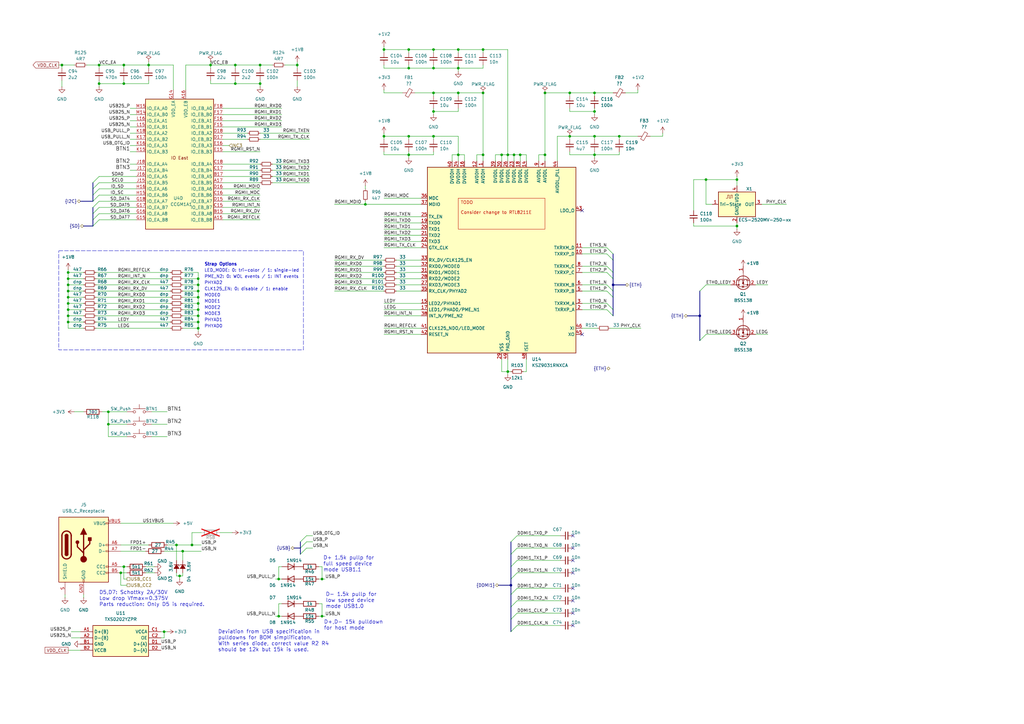
<source format=kicad_sch>
(kicad_sch (version 20250114) (generator "eeschema") (generator_version "9.0")
  (paper "A3")
  (title_block (title "${project_name}") (date "2025-06-24") (rev "${project_version}") (company "${project_creator}") (comment 1 "${project_license}"))
  (rectangle (start 24.13 102.87) (end 124.46 143.51) (stroke (width 0) (type dash)))
  (text "PHYAD0" (at 83.82 134.62 0) (effects (font (size 1.27 1.27)) (justify left bottom)))
  (text "Strap Options" (at 83.82 109.22 0) (effects (font (size 1.27 1.27) (thickness 0.254) (bold yes)) (justify left bottom)))
  (text "Deviation from USB specification in\npulldowns for BOM simplificaton.\nWith series diode, correct value R2 R4 \nshould be 12k but 15k is used." (at 89.408 267.462 0) (effects (font (size 1.524 1.524)) (justify left bottom)))
  (text "MODE0" (at 83.82 121.92 0) (effects (font (size 1.27 1.27)) (justify left bottom)))
  (text "D+ 1.5k pullp for \nfull speed device\nmode USB1.1" (at 132.588 234.696 0) (effects (font (size 1.524 1.524)) (justify left bottom)))
  (text "CLK125_EN: 0: disable / 1: enable" (at 83.82 119.38 0) (effects (font (size 1.27 1.27)) (justify left bottom)))
  (text "MODE2" (at 83.82 127 0) (effects (font (size 1.27 1.27)) (justify left bottom)))
  (text "PHYAD2" (at 83.82 116.84 0) (effects (font (size 1.27 1.27)) (justify left bottom)))
  (text "PHYAD1" (at 83.82 132.08 0) (effects (font (size 1.27 1.27)) (justify left bottom)))
  (text "MODE1" (at 83.82 124.46 0) (effects (font (size 1.27 1.27)) (justify left bottom)))
  (text "D5,D7: Schottky 2A/30V \nLow drop Vfmax=0.375V\nParts reduction: Only D5 is required." (at 40.64 248.92 0) (effects (font (size 1.524 1.524)) (justify left bottom)))
  (text "D- 1.5k pullp for \nlow speed device\nmode USB1.0" (at 133.604 249.682 0) (effects (font (size 1.524 1.524)) (justify left bottom)))
  (text "LED_MODE: 0: tri-color / 1: single-led" (at 83.82 111.76 0) (effects (font (size 1.27 1.27)) (justify left bottom)))
  (text "D+,D- 15k pulldown \nfor host mode" (at 132.842 258.572 0) (effects (font (size 1.524 1.524)) (justify left bottom)))
  (text "PME_N2: 0: WOL events / 1: INT events" (at 83.82 114.3 0) (effects (font (size 1.27 1.27)) (justify left bottom)))
  (text "MODE3" (at 83.82 129.54 0) (effects (font (size 1.27 1.27)) (justify left bottom)))
  (text_box "TODO\n\nConsider change to RTL8211E" (at 187.96 81.28 0) (size 35.56 12.7) (margins 0.9525 0.9525 0.9525 0.9525) (stroke (width 0) (color 194 0 0 1)) (effects (font (size 1.27 1.27)) (justify left top)))
  (junction (at 223.52 63.5))
  (junction (at 81.28 129.54))
  (junction (at 187.96 63.5))
  (junction (at 27.94 111.76))
  (junction (at 177.8 20.32))
  (junction (at 81.28 116.84))
  (junction (at 27.94 116.84))
  (junction (at 187.96 27.94))
  (junction (at 177.8 45.72))
  (junction (at 233.68 55.88))
  (junction (at 302.26 92.71))
  (junction (at 167.64 20.32))
  (junction (at 27.94 121.92))
  (junction (at 233.68 38.1))
  (junction (at 114.3 237.49))
  (junction (at 289.56 73.66))
  (junction (at 27.94 119.38))
  (junction (at 27.94 132.08))
  (junction (at 187.96 20.32))
  (junction (at 177.8 27.94))
  (junction (at 96.52 26.67))
  (junction (at 213.36 63.5))
  (junction (at 72.39 223.52))
  (junction (at 149.86 83.82))
  (junction (at 96.52 34.29))
  (junction (at 209.55 240.03))
  (junction (at 208.28 63.5))
  (junction (at 167.64 63.5))
  (junction (at 243.84 55.88))
  (junction (at 27.94 129.54))
  (junction (at 167.64 27.94))
  (junction (at 177.8 55.88))
  (junction (at 27.94 127))
  (junction (at 121.92 26.67))
  (junction (at 243.84 45.72))
  (junction (at 81.28 119.38))
  (junction (at 44.45 173.99))
  (junction (at 205.74 63.5))
  (junction (at 74.93 226.06))
  (junction (at 40.64 34.29))
  (junction (at 73.66 236.22))
  (junction (at 287.02 129.54))
  (junction (at 177.8 38.1))
  (junction (at 210.82 63.5))
  (junction (at 187.96 38.1))
  (junction (at 50.8 34.29))
  (junction (at 81.28 121.92))
  (junction (at 86.36 26.67))
  (junction (at 60.96 26.67))
  (junction (at 157.48 55.88))
  (junction (at 50.8 232.41))
  (junction (at 27.94 124.46))
  (junction (at 157.48 20.32))
  (junction (at 132.08 237.49))
  (junction (at 167.64 55.88))
  (junction (at 81.28 124.46))
  (junction (at 198.12 20.32))
  (junction (at 25.4 26.67))
  (junction (at 114.3 252.73))
  (junction (at 27.94 114.3))
  (junction (at 254 55.88))
  (junction (at 106.68 34.29))
  (junction (at 243.84 63.5))
  (junction (at 106.68 26.67))
  (junction (at 49.53 234.95))
  (junction (at 50.8 26.67))
  (junction (at 81.28 114.3))
  (junction (at 44.45 168.91))
  (junction (at 208.28 152.4))
  (junction (at 40.64 26.67))
  (junction (at 67.31 259.08))
  (junction (at 132.08 252.73))
  (junction (at 81.28 127))
  (junction (at 251.46 116.84))
  (junction (at 198.12 63.5))
  (junction (at 223.52 38.1))
  (junction (at 198.12 38.1))
  (junction (at 81.28 132.08))
  (junction (at 243.84 38.1))
  (junction (at 302.26 73.66))
  (junction (at 81.28 134.62))
  (junction (at 78.74 223.52))
  (no_connect (at 234.95 246.38))
  (no_connect (at 234.95 229.87))
  (no_connect (at 234.95 224.79))
  (no_connect (at 234.95 234.95))
  (no_connect (at 238.76 86.36))
  (no_connect (at 234.95 241.3))
  (no_connect (at 234.95 219.71))
  (no_connect (at 234.95 256.54))
  (no_connect (at 238.76 137.16))
  (no_connect (at 234.95 251.46))
  (bus_entry (at 40.64 74.93) (size -2.54 2.54))
  (bus_entry (at 212.09 241.3) (size -2.54 2.54))
  (bus_entry (at 212.09 256.54) (size -2.54 2.54))
  (bus_entry (at 125.73 222.25) (size -2.54 2.54))
  (bus_entry (at 40.64 72.39) (size -2.54 2.54))
  (bus_entry (at 212.09 251.46) (size -2.54 2.54))
  (bus_entry (at 212.09 224.79) (size -2.54 2.54))
  (bus_entry (at 248.92 104.14) (size 2.54 2.54))
  (bus_entry (at 40.64 85.09) (size -2.54 2.54))
  (bus_entry (at 289.56 116.84) (size -2.54 2.54))
  (bus_entry (at 212.09 246.38) (size -2.54 2.54))
  (bus_entry (at 289.56 137.16) (size -2.54 2.54))
  (bus_entry (at 125.73 219.71) (size -2.54 2.54))
  (bus_entry (at 248.92 109.22) (size 2.54 2.54))
  (bus_entry (at 40.64 87.63) (size -2.54 2.54))
  (bus_entry (at 40.64 80.01) (size -2.54 2.54))
  (bus_entry (at 248.92 101.6) (size 2.54 2.54))
  (bus_entry (at 248.92 127) (size 2.54 2.54))
  (bus_entry (at 125.73 224.79) (size -2.54 2.54))
  (bus_entry (at 248.92 119.38) (size 2.54 2.54))
  (bus_entry (at 212.09 229.87) (size -2.54 2.54))
  (bus_entry (at 212.09 234.95) (size -2.54 2.54))
  (bus_entry (at 212.09 219.71) (size -2.54 2.54))
  (bus_entry (at 40.64 82.55) (size -2.54 2.54))
  (bus_entry (at 40.64 77.47) (size -2.54 2.54))
  (bus_entry (at 248.92 116.84) (size 2.54 2.54))
  (bus_entry (at 248.92 124.46) (size 2.54 2.54))
  (bus_entry (at 40.64 90.17) (size -2.54 2.54))
  (bus_entry (at 248.92 111.76) (size 2.54 2.54))
  (wire (pts (xy 284.48 73.66) (xy 284.48 86.36)))
  (wire (pts (xy 187.96 39.37) (xy 187.96 38.1)))
  (wire (pts (xy 81.28 129.54) (xy 81.28 132.08)))
  (wire (pts (xy 91.44 54.61) (xy 101.6 54.61)))
  (wire (pts (xy 106.68 57.15) (xy 127 57.15)))
  (wire (pts (xy 81.28 127) (xy 81.28 129.54)))
  (wire (pts (xy 220.98 63.5) (xy 223.52 63.5)))
  (wire (pts (xy 243.84 45.72) (xy 243.84 46.99)))
  (wire (pts (xy 76.2 26.67) (xy 76.2 36.83)))
  (wire (pts (xy 213.36 63.5) (xy 215.9 63.5)))
  (wire (pts (xy 250.19 134.62) (xy 262.89 134.62)))
  (bus (pts (xy 209.55 222.25) (xy 209.55 227.33)))
  (bus (pts (xy 38.1 87.63) (xy 38.1 90.17)))
  (wire (pts (xy 81.28 114.3) (xy 81.28 116.84)))
  (wire (pts (xy 238.76 101.6) (xy 248.92 101.6)))
  (wire (pts (xy 195.58 66.04) (xy 195.58 63.5)))
  (wire (pts (xy 60.96 26.67) (xy 71.12 26.67)))
  (wire (pts (xy 208.28 152.4) (xy 205.74 152.4)))
  (bus (pts (xy 123.19 224.79) (xy 123.19 227.33)))
  (wire (pts (xy 187.96 63.5) (xy 187.96 66.04)))
  (wire (pts (xy 261.62 36.83) (xy 261.62 38.1)))
  (wire (pts (xy 238.76 109.22) (xy 248.92 109.22)))
  (wire (pts (xy 86.36 27.94) (xy 86.36 26.67)))
  (wire (pts (xy 29.21 261.62) (xy 33.02 261.62)))
  (wire (pts (xy 91.44 74.93) (xy 106.68 74.93)))
  (wire (pts (xy 27.94 129.54) (xy 27.94 132.08)))
  (wire (pts (xy 40.64 72.39) (xy 55.88 72.39)))
  (wire (pts (xy 167.64 20.32) (xy 167.64 21.59)))
  (wire (pts (xy 157.48 127) (xy 172.72 127)))
  (wire (pts (xy 177.8 38.1) (xy 170.18 38.1)))
  (wire (pts (xy 81.28 116.84) (xy 81.28 119.38)))
  (bus (pts (xy 209.55 243.84) (xy 209.55 248.92)))
  (wire (pts (xy 177.8 27.94) (xy 167.64 27.94)))
  (wire (pts (xy 114.3 237.49) (xy 114.3 232.41)))
  (wire (pts (xy 121.92 25.4) (xy 121.92 26.67)))
  (wire (pts (xy 157.48 96.52) (xy 172.72 96.52)))
  (wire (pts (xy 74.93 132.08) (xy 81.28 132.08)))
  (wire (pts (xy 27.94 111.76) (xy 27.94 114.3)))
  (wire (pts (xy 157.48 54.61) (xy 157.48 55.88)))
  (wire (pts (xy 27.94 114.3) (xy 27.94 116.84)))
  (wire (pts (xy 53.34 57.15) (xy 55.88 57.15)))
  (wire (pts (xy 40.64 87.63) (xy 55.88 87.63)))
  (bus (pts (xy 287.02 129.54) (xy 287.02 139.7)))
  (bus (pts (xy 209.55 240.03) (xy 209.55 243.84)))
  (wire (pts (xy 203.2 63.5) (xy 205.74 63.5)))
  (wire (pts (xy 187.96 20.32) (xy 187.96 21.59)))
  (wire (pts (xy 39.37 132.08) (xy 69.85 132.08)))
  (wire (pts (xy 125.73 222.25) (xy 128.27 222.25)))
  (wire (pts (xy 91.44 67.31) (xy 106.68 67.31)))
  (wire (pts (xy 53.34 67.31) (xy 55.88 67.31)))
  (wire (pts (xy 302.26 92.71) (xy 302.26 93.98)))
  (wire (pts (xy 212.09 224.79) (xy 229.87 224.79)))
  (wire (pts (xy 254 55.88) (xy 254 57.15)))
  (wire (pts (xy 149.86 83.82) (xy 137.16 83.82)))
  (wire (pts (xy 187.96 45.72) (xy 177.8 45.72)))
  (wire (pts (xy 208.28 152.4) (xy 208.28 153.67)))
  (wire (pts (xy 254 55.88) (xy 261.62 55.88)))
  (wire (pts (xy 71.12 36.83) (xy 71.12 26.67)))
  (wire (pts (xy 44.45 168.91) (xy 44.45 173.99)))
  (wire (pts (xy 212.09 251.46) (xy 229.87 251.46)))
  (wire (pts (xy 81.28 132.08) (xy 81.28 134.62)))
  (wire (pts (xy 91.44 49.53) (xy 115.57 49.53)))
  (wire (pts (xy 130.81 237.49) (xy 132.08 237.49)))
  (wire (pts (xy 162.56 109.22) (xy 172.72 109.22)))
  (wire (pts (xy 44.45 168.91) (xy 52.07 168.91)))
  (wire (pts (xy 91.44 46.99) (xy 115.57 46.99)))
  (wire (pts (xy 73.66 237.49) (xy 73.66 236.22)))
  (bus (pts (xy 287.02 119.38) (xy 287.02 129.54)))
  (wire (pts (xy 67.31 226.06) (xy 74.93 226.06)))
  (wire (pts (xy 228.6 66.04) (xy 228.6 55.88)))
  (wire (pts (xy 157.48 19.05) (xy 157.48 20.32)))
  (wire (pts (xy 187.96 27.94) (xy 187.96 29.21)))
  (wire (pts (xy 149.86 82.55) (xy 149.86 83.82)))
  (wire (pts (xy 116.84 26.67) (xy 121.92 26.67)))
  (wire (pts (xy 157.48 36.83) (xy 157.48 38.1)))
  (wire (pts (xy 40.64 80.01) (xy 55.88 80.01)))
  (wire (pts (xy 302.26 73.66) (xy 302.26 76.2)))
  (wire (pts (xy 62.23 173.99) (xy 68.58 173.99)))
  (wire (pts (xy 74.93 121.92) (xy 81.28 121.92)))
  (wire (pts (xy 27.94 129.54) (xy 34.29 129.54)))
  (wire (pts (xy 243.84 63.5) (xy 254 63.5)))
  (wire (pts (xy 198.12 20.32) (xy 208.28 20.32)))
  (wire (pts (xy 27.94 114.3) (xy 34.29 114.3)))
  (wire (pts (xy 289.56 137.16) (xy 299.72 137.16)))
  (wire (pts (xy 243.84 62.23) (xy 243.84 63.5)))
  (bus (pts (xy 38.1 85.09) (xy 38.1 87.63)))
  (wire (pts (xy 157.48 137.16) (xy 172.72 137.16)))
  (wire (pts (xy 233.68 44.45) (xy 233.68 45.72)))
  (wire (pts (xy 157.48 91.44) (xy 172.72 91.44)))
  (wire (pts (xy 60.96 26.67) (xy 60.96 27.94)))
  (wire (pts (xy 60.96 25.4) (xy 60.96 26.67)))
  (wire (pts (xy 91.44 90.17) (xy 106.68 90.17)))
  (bus (pts (xy 251.46 121.92) (xy 251.46 127)))
  (wire (pts (xy 111.76 67.31) (xy 127 67.31)))
  (wire (pts (xy 27.94 116.84) (xy 27.94 119.38)))
  (wire (pts (xy 302.26 72.39) (xy 302.26 73.66)))
  (bus (pts (xy 251.46 114.3) (xy 251.46 116.84)))
  (wire (pts (xy 74.93 119.38) (xy 81.28 119.38)))
  (wire (pts (xy 40.64 77.47) (xy 55.88 77.47)))
  (wire (pts (xy 27.94 121.92) (xy 27.94 124.46)))
  (bus (pts (xy 38.1 74.93) (xy 38.1 77.47)))
  (wire (pts (xy 210.82 63.5) (xy 213.36 63.5)))
  (wire (pts (xy 114.3 252.73) (xy 114.3 247.65)))
  (wire (pts (xy 220.98 66.04) (xy 220.98 63.5)))
  (wire (pts (xy 34.29 245.11) (xy 34.29 243.84)))
  (wire (pts (xy 177.8 20.32) (xy 177.8 21.59)))
  (bus (pts (xy 251.46 127) (xy 251.46 129.54)))
  (wire (pts (xy 66.04 261.62) (xy 67.31 261.62)))
  (wire (pts (xy 137.16 119.38) (xy 157.48 119.38)))
  (wire (pts (xy 233.68 38.1) (xy 243.84 38.1)))
  (wire (pts (xy 195.58 63.5) (xy 198.12 63.5)))
  (wire (pts (xy 208.28 63.5) (xy 208.28 66.04)))
  (wire (pts (xy 74.93 111.76) (xy 81.28 111.76)))
  (wire (pts (xy 106.68 34.29) (xy 106.68 35.56)))
  (wire (pts (xy 130.81 232.41) (xy 132.08 232.41)))
  (wire (pts (xy 187.96 20.32) (xy 198.12 20.32)))
  (wire (pts (xy 27.94 124.46) (xy 34.29 124.46)))
  (wire (pts (xy 125.73 219.71) (xy 128.27 219.71)))
  (wire (pts (xy 41.91 168.91) (xy 44.45 168.91)))
  (wire (pts (xy 198.12 20.32) (xy 198.12 21.59)))
  (wire (pts (xy 106.68 26.67) (xy 111.76 26.67)))
  (wire (pts (xy 55.88 74.93) (xy 40.64 74.93)))
  (wire (pts (xy 284.48 91.44) (xy 284.48 92.71)))
  (wire (pts (xy 39.37 114.3) (xy 69.85 114.3)))
  (wire (pts (xy 40.64 34.29) (xy 50.8 34.29)))
  (wire (pts (xy 74.93 127) (xy 81.28 127)))
  (wire (pts (xy 91.44 69.85) (xy 106.68 69.85)))
  (wire (pts (xy 60.96 34.29) (xy 60.96 33.02)))
  (wire (pts (xy 68.58 223.52) (xy 72.39 223.52)))
  (wire (pts (xy 212.09 234.95) (xy 229.87 234.95)))
  (wire (pts (xy 27.94 119.38) (xy 34.29 119.38)))
  (wire (pts (xy 205.74 63.5) (xy 205.74 66.04)))
  (bus (pts (xy 123.19 222.25) (xy 123.19 224.79)))
  (wire (pts (xy 40.64 26.67) (xy 50.8 26.67)))
  (wire (pts (xy 52.07 237.49) (xy 50.8 237.49)))
  (wire (pts (xy 187.96 44.45) (xy 187.96 45.72)))
  (wire (pts (xy 40.64 82.55) (xy 55.88 82.55)))
  (wire (pts (xy 53.34 59.69) (xy 55.88 59.69)))
  (bus (pts (xy 209.55 232.41) (xy 209.55 237.49)))
  (wire (pts (xy 49.53 240.03) (xy 49.53 234.95)))
  (wire (pts (xy 187.96 38.1) (xy 177.8 38.1)))
  (wire (pts (xy 212.09 229.87) (xy 229.87 229.87)))
  (wire (pts (xy 62.23 179.07) (xy 68.58 179.07)))
  (wire (pts (xy 86.36 26.67) (xy 96.52 26.67)))
  (wire (pts (xy 187.96 38.1) (xy 198.12 38.1)))
  (wire (pts (xy 27.94 127) (xy 34.29 127)))
  (wire (pts (xy 91.44 52.07) (xy 115.57 52.07)))
  (wire (pts (xy 39.37 129.54) (xy 69.85 129.54)))
  (bus (pts (xy 251.46 111.76) (xy 251.46 114.3)))
  (wire (pts (xy 132.08 252.73) (xy 133.35 252.73)))
  (wire (pts (xy 157.48 81.28) (xy 172.72 81.28)))
  (wire (pts (xy 130.81 247.65) (xy 132.08 247.65)))
  (wire (pts (xy 78.74 218.44) (xy 82.55 218.44)))
  (wire (pts (xy 185.42 66.04) (xy 185.42 63.5)))
  (wire (pts (xy 215.9 152.4) (xy 214.63 152.4)))
  (wire (pts (xy 76.2 26.67) (xy 86.36 26.67)))
  (wire (pts (xy 223.52 63.5) (xy 223.52 38.1)))
  (wire (pts (xy 121.92 26.67) (xy 121.92 27.94)))
  (wire (pts (xy 256.54 38.1) (xy 261.62 38.1)))
  (wire (pts (xy 243.84 45.72) (xy 243.84 44.45)))
  (wire (pts (xy 198.12 27.94) (xy 187.96 27.94)))
  (wire (pts (xy 157.48 57.15) (xy 157.48 55.88)))
  (wire (pts (xy 198.12 63.5) (xy 198.12 66.04)))
  (wire (pts (xy 40.64 34.29) (xy 40.64 35.56)))
  (wire (pts (xy 212.09 256.54) (xy 229.87 256.54)))
  (wire (pts (xy 72.39 234.95) (xy 72.39 236.22)))
  (wire (pts (xy 27.94 111.76) (xy 34.29 111.76)))
  (wire (pts (xy 96.52 26.67) (xy 106.68 26.67)))
  (wire (pts (xy 243.84 38.1) (xy 243.84 39.37)))
  (bus (pts (xy 209.55 227.33) (xy 209.55 232.41)))
  (wire (pts (xy 53.34 69.85) (xy 55.88 69.85)))
  (wire (pts (xy 302.26 92.71) (xy 284.48 92.71)))
  (bus (pts (xy 251.46 104.14) (xy 251.46 106.68)))
  (wire (pts (xy 266.7 55.88) (xy 271.78 55.88)))
  (wire (pts (xy 233.68 62.23) (xy 233.68 63.5)))
  (wire (pts (xy 39.37 124.46) (xy 69.85 124.46)))
  (wire (pts (xy 50.8 34.29) (xy 60.96 34.29)))
  (wire (pts (xy 187.96 63.5) (xy 190.5 63.5)))
  (wire (pts (xy 78.74 223.52) (xy 78.74 218.44)))
  (wire (pts (xy 167.64 63.5) (xy 157.48 63.5)))
  (wire (pts (xy 205.74 147.32) (xy 205.74 152.4)))
  (wire (pts (xy 212.09 241.3) (xy 229.87 241.3)))
  (wire (pts (xy 86.36 25.4) (xy 86.36 26.67)))
  (wire (pts (xy 167.64 20.32) (xy 177.8 20.32)))
  (wire (pts (xy 81.28 111.76) (xy 81.28 114.3)))
  (wire (pts (xy 40.64 33.02) (xy 40.64 34.29)))
  (wire (pts (xy 74.93 116.84) (xy 81.28 116.84)))
  (wire (pts (xy 149.86 83.82) (xy 172.72 83.82)))
  (wire (pts (xy 238.76 127) (xy 248.92 127)))
  (wire (pts (xy 223.52 38.1) (xy 233.68 38.1)))
  (wire (pts (xy 90.17 218.44) (xy 95.25 218.44)))
  (bus (pts (xy 251.46 106.68) (xy 251.46 111.76)))
  (wire (pts (xy 177.8 45.72) (xy 177.8 46.99)))
  (wire (pts (xy 233.68 39.37) (xy 233.68 38.1)))
  (wire (pts (xy 40.64 26.67) (xy 40.64 27.94)))
  (wire (pts (xy 292.1 83.82) (xy 289.56 83.82)))
  (wire (pts (xy 114.3 232.41) (xy 115.57 232.41)))
  (wire (pts (xy 27.94 110.49) (xy 27.94 111.76)))
  (wire (pts (xy 26.67 243.84) (xy 26.67 245.11)))
  (wire (pts (xy 113.03 252.73) (xy 114.3 252.73)))
  (wire (pts (xy 289.56 73.66) (xy 289.56 83.82)))
  (wire (pts (xy 30.48 168.91) (xy 34.29 168.91)))
  (bus (pts (xy 38.1 80.01) (xy 38.1 82.55)))
  (wire (pts (xy 52.07 240.03) (xy 49.53 240.03)))
  (wire (pts (xy 44.45 173.99) (xy 52.07 173.99)))
  (wire (pts (xy 162.56 116.84) (xy 172.72 116.84)))
  (wire (pts (xy 177.8 63.5) (xy 167.64 63.5)))
  (wire (pts (xy 185.42 63.5) (xy 187.96 63.5)))
  (wire (pts (xy 177.8 45.72) (xy 177.8 44.45)))
  (wire (pts (xy 167.64 26.67) (xy 167.64 27.94)))
  (wire (pts (xy 52.07 234.95) (xy 49.53 234.95)))
  (wire (pts (xy 157.48 124.46) (xy 172.72 124.46)))
  (wire (pts (xy 157.48 129.54) (xy 172.72 129.54)))
  (wire (pts (xy 53.34 52.07) (xy 55.88 52.07)))
  (wire (pts (xy 162.56 106.68) (xy 172.72 106.68)))
  (wire (pts (xy 52.07 232.41) (xy 50.8 232.41)))
  (wire (pts (xy 53.34 62.23) (xy 55.88 62.23)))
  (wire (pts (xy 53.34 54.61) (xy 55.88 54.61)))
  (wire (pts (xy 137.16 116.84) (xy 157.48 116.84)))
  (bus (pts (xy 287.02 129.54) (xy 281.94 129.54)))
  (bus (pts (xy 251.46 116.84) (xy 256.54 116.84)))
  (wire (pts (xy 25.4 26.67) (xy 30.48 26.67)))
  (wire (pts (xy 302.26 73.66) (xy 289.56 73.66)))
  (wire (pts (xy 111.76 69.85) (xy 127 69.85)))
  (wire (pts (xy 198.12 63.5) (xy 198.12 38.1)))
  (wire (pts (xy 67.31 259.08) (xy 66.04 259.08)))
  (wire (pts (xy 25.4 26.67) (xy 24.13 26.67)))
  (wire (pts (xy 114.3 252.73) (xy 115.57 252.73)))
  (wire (pts (xy 167.64 55.88) (xy 167.64 57.15)))
  (wire (pts (xy 50.8 33.02) (xy 50.8 34.29)))
  (wire (pts (xy 215.9 63.5) (xy 215.9 66.04)))
  (wire (pts (xy 238.76 111.76) (xy 248.92 111.76)))
  (wire (pts (xy 71.12 214.63) (xy 49.53 214.63)))
  (wire (pts (xy 205.74 63.5) (xy 208.28 63.5)))
  (wire (pts (xy 39.37 111.76) (xy 69.85 111.76)))
  (wire (pts (xy 72.39 223.52) (xy 72.39 229.87)))
  (wire (pts (xy 74.93 114.3) (xy 81.28 114.3)))
  (wire (pts (xy 233.68 55.88) (xy 233.68 57.15)))
  (wire (pts (xy 113.03 237.49) (xy 114.3 237.49)))
  (wire (pts (xy 49.53 223.52) (xy 60.96 223.52)))
  (wire (pts (xy 157.48 93.98) (xy 172.72 93.98)))
  (bus (pts (xy 209.55 254) (xy 209.55 259.08)))
  (bus (pts (xy 209.55 237.49) (xy 209.55 240.03)))
  (wire (pts (xy 208.28 147.32) (xy 208.28 152.4)))
  (wire (pts (xy 81.28 124.46) (xy 81.28 127)))
  (wire (pts (xy 167.64 62.23) (xy 167.64 63.5)))
  (wire (pts (xy 125.73 224.79) (xy 128.27 224.79)))
  (wire (pts (xy 177.8 62.23) (xy 177.8 63.5)))
  (wire (pts (xy 137.16 111.76) (xy 157.48 111.76)))
  (wire (pts (xy 40.64 90.17) (xy 55.88 90.17)))
  (wire (pts (xy 309.88 137.16) (xy 314.96 137.16)))
  (wire (pts (xy 50.8 26.67) (xy 60.96 26.67)))
  (wire (pts (xy 50.8 26.67) (xy 50.8 27.94)))
  (wire (pts (xy 59.69 234.95) (xy 63.5 234.95)))
  (wire (pts (xy 91.44 80.01) (xy 106.68 80.01)))
  (wire (pts (xy 53.34 49.53) (xy 55.88 49.53)))
  (wire (pts (xy 157.48 99.06) (xy 172.72 99.06)))
  (wire (pts (xy 111.76 74.93) (xy 127 74.93)))
  (wire (pts (xy 74.93 236.22) (xy 74.93 234.95)))
  (wire (pts (xy 29.21 259.08) (xy 33.02 259.08)))
  (wire (pts (xy 238.76 104.14) (xy 248.92 104.14)))
  (wire (pts (xy 27.94 132.08) (xy 27.94 134.62)))
  (bus (pts (xy 38.1 77.47) (xy 38.1 80.01)))
  (wire (pts (xy 187.96 63.5) (xy 187.96 55.88)))
  (wire (pts (xy 198.12 26.67) (xy 198.12 27.94)))
  (wire (pts (xy 187.96 27.94) (xy 177.8 27.94)))
  (wire (pts (xy 167.64 55.88) (xy 177.8 55.88)))
  (wire (pts (xy 25.4 26.67) (xy 25.4 27.94)))
  (wire (pts (xy 49.53 226.06) (xy 59.69 226.06)))
  (wire (pts (xy 114.3 237.49) (xy 115.57 237.49)))
  (wire (pts (xy 96.52 26.67) (xy 96.52 27.94)))
  (wire (pts (xy 25.4 33.02) (xy 25.4 35.56)))
  (wire (pts (xy 137.16 106.68) (xy 157.48 106.68)))
  (wire (pts (xy 177.8 55.88) (xy 187.96 55.88)))
  (wire (pts (xy 27.94 134.62) (xy 34.29 134.62)))
  (wire (pts (xy 137.16 109.22) (xy 157.48 109.22)))
  (wire (pts (xy 59.69 232.41) (xy 63.5 232.41)))
  (wire (pts (xy 40.64 85.09) (xy 55.88 85.09)))
  (wire (pts (xy 228.6 55.88) (xy 233.68 55.88)))
  (wire (pts (xy 73.66 236.22) (xy 74.93 236.22)))
  (bus (pts (xy 120.65 224.79) (xy 123.19 224.79)))
  (wire (pts (xy 271.78 54.61) (xy 271.78 55.88)))
  (wire (pts (xy 39.37 134.62) (xy 69.85 134.62)))
  (wire (pts (xy 121.92 33.02) (xy 121.92 35.56)))
  (wire (pts (xy 238.76 116.84) (xy 248.92 116.84)))
  (wire (pts (xy 106.68 33.02) (xy 106.68 34.29)))
  (wire (pts (xy 52.07 179.07) (xy 44.45 179.07)))
  (wire (pts (xy 309.88 116.84) (xy 314.96 116.84)))
  (bus (pts (xy 34.29 92.71) (xy 38.1 92.71)))
  (wire (pts (xy 50.8 232.41) (xy 50.8 237.49)))
  (wire (pts (xy 149.86 76.2) (xy 149.86 77.47)))
  (wire (pts (xy 208.28 63.5) (xy 210.82 63.5)))
  (wire (pts (xy 177.8 55.88) (xy 177.8 57.15)))
  (wire (pts (xy 106.68 26.67) (xy 106.68 27.94)))
  (wire (pts (xy 289.56 73.66) (xy 284.48 73.66)))
  (wire (pts (xy 91.44 85.09) (xy 106.68 85.09)))
  (wire (pts (xy 27.94 266.7) (xy 33.02 266.7)))
  (wire (pts (xy 106.68 54.61) (xy 127 54.61)))
  (wire (pts (xy 27.94 132.08) (xy 34.29 132.08)))
  (wire (pts (xy 233.68 63.5) (xy 243.84 63.5)))
  (wire (pts (xy 91.44 62.23) (xy 106.68 62.23)))
  (wire (pts (xy 81.28 134.62) (xy 81.28 135.89)))
  (wire (pts (xy 157.48 88.9) (xy 172.72 88.9)))
  (wire (pts (xy 111.76 72.39) (xy 127 72.39)))
  (wire (pts (xy 177.8 26.67) (xy 177.8 27.94)))
  (wire (pts (xy 27.94 116.84) (xy 34.29 116.84)))
  (wire (pts (xy 162.56 114.3) (xy 172.72 114.3)))
  (wire (pts (xy 62.23 168.91) (xy 68.58 168.91)))
  (wire (pts (xy 27.94 124.46) (xy 27.94 127)))
  (wire (pts (xy 157.48 55.88) (xy 167.64 55.88)))
  (wire (pts (xy 243.84 38.1) (xy 251.46 38.1)))
  (wire (pts (xy 243.84 63.5) (xy 243.84 64.77)))
  (wire (pts (xy 187.96 26.67) (xy 187.96 27.94)))
  (wire (pts (xy 91.44 57.15) (xy 101.6 57.15)))
  (wire (pts (xy 233.68 45.72) (xy 243.84 45.72)))
  (wire (pts (xy 74.93 124.46) (xy 81.28 124.46)))
  (wire (pts (xy 50.8 232.41) (xy 49.53 232.41)))
  (wire (pts (xy 312.42 83.82) (xy 322.58 83.82)))
  (wire (pts (xy 177.8 20.32) (xy 187.96 20.32)))
  (wire (pts (xy 177.8 38.1) (xy 177.8 39.37)))
  (wire (pts (xy 162.56 111.76) (xy 172.72 111.76)))
  (wire (pts (xy 114.3 247.65) (xy 115.57 247.65)))
  (wire (pts (xy 39.37 119.38) (xy 69.85 119.38)))
  (wire (pts (xy 238.76 134.62) (xy 245.11 134.62)))
  (wire (pts (xy 157.48 38.1) (xy 165.1 38.1)))
  (wire (pts (xy 238.76 124.46) (xy 248.92 124.46)))
  (wire (pts (xy 86.36 33.02) (xy 86.36 34.29)))
  (bus (pts (xy 204.47 240.03) (xy 209.55 240.03)))
  (wire (pts (xy 91.44 87.63) (xy 106.68 87.63)))
  (wire (pts (xy 209.55 152.4) (xy 208.28 152.4)))
  (wire (pts (xy 223.52 66.04) (xy 223.52 63.5)))
  (wire (pts (xy 162.56 119.38) (xy 172.72 119.38)))
  (wire (pts (xy 243.84 55.88) (xy 243.84 57.15)))
  (wire (pts (xy 81.28 121.92) (xy 81.28 124.46)))
  (wire (pts (xy 44.45 179.07) (xy 44.45 173.99)))
  (wire (pts (xy 39.37 127) (xy 69.85 127)))
  (bus (pts (xy 209.55 248.92) (xy 209.55 254)))
  (wire (pts (xy 68.58 259.08) (xy 67.31 259.08)))
  (wire (pts (xy 243.84 55.88) (xy 233.68 55.88)))
  (wire (pts (xy 91.44 59.69) (xy 93.98 59.69)))
  (wire (pts (xy 213.36 63.5) (xy 213.36 66.04)))
  (wire (pts (xy 210.82 63.5) (xy 210.82 66.04)))
  (wire (pts (xy 27.94 121.92) (xy 34.29 121.92)))
  (wire (pts (xy 157.48 63.5) (xy 157.48 62.23)))
  (wire (pts (xy 96.52 34.29) (xy 106.68 34.29)))
  (wire (pts (xy 27.94 119.38) (xy 27.94 121.92)))
  (wire (pts (xy 167.64 63.5) (xy 167.64 64.77)))
  (wire (pts (xy 35.56 26.67) (xy 40.64 26.67)))
  (wire (pts (xy 86.36 34.29) (xy 96.52 34.29)))
  (wire (pts (xy 74.93 134.62) (xy 81.28 134.62)))
  (wire (pts (xy 289.56 116.84) (xy 299.72 116.84)))
  (wire (pts (xy 132.08 247.65) (xy 132.08 252.73)))
  (wire (pts (xy 157.48 134.62) (xy 172.72 134.62)))
  (wire (pts (xy 78.74 223.52) (xy 82.55 223.52)))
  (wire (pts (xy 130.81 252.73) (xy 132.08 252.73)))
  (bus (pts (xy 38.1 90.17) (xy 38.1 92.71)))
  (wire (pts (xy 91.44 77.47) (xy 106.68 77.47)))
  (wire (pts (xy 212.09 246.38) (xy 229.87 246.38)))
  (wire (pts (xy 91.44 72.39) (xy 106.68 72.39)))
  (wire (pts (xy 203.2 66.04) (xy 203.2 63.5)))
  (wire (pts (xy 215.9 147.32) (xy 215.9 152.4)))
  (bus (pts (xy 38.1 82.55) (xy 33.02 82.55)))
  (wire (pts (xy 81.28 119.38) (xy 81.28 121.92)))
  (wire (pts (xy 302.26 91.44) (xy 302.26 92.71)))
  (wire (pts (xy 74.93 129.54) (xy 81.28 129.54)))
  (wire (pts (xy 91.44 44.45) (xy 115.57 44.45)))
  (wire (pts (xy 157.48 101.6) (xy 172.72 101.6)))
  (bus (pts (xy 251.46 119.38) (xy 251.46 121.92)))
  (bus (pts (xy 251.46 116.84) (xy 251.46 119.38)))
  (wire (pts (xy 157.48 20.32) (xy 167.64 20.32)))
  (wire (pts (xy 132.08 232.41) (xy 132.08 237.49)))
  (wire (pts (xy 212.09 219.71) (xy 229.87 219.71)))
  (wire (pts (xy 190.5 63.5) (xy 190.5 66.04)))
  (wire (pts (xy 91.44 82.55) (xy 106.68 82.55)))
  (wire (pts (xy 157.48 21.59) (xy 157.48 20.32)))
  (wire (pts (xy 254 55.88) (xy 243.84 55.88)))
  (wire (pts (xy 167.64 27.94) (xy 157.48 27.94)))
  (wire (pts (xy 53.34 46.99) (xy 55.88 46.99)))
  (wire (pts (xy 157.48 26.67) (xy 157.48 27.94)))
  (wire (pts (xy 72.39 223.52) (xy 78.74 223.52)))
  (wire (pts (xy 137.16 114.3) (xy 157.48 114.3)))
  (wire (pts (xy 132.08 237.49) (xy 133.35 237.49)))
  (wire (pts (xy 74.93 226.06) (xy 82.55 226.06)))
  (wire (pts (xy 72.39 236.22) (xy 73.66 236.22)))
  (wire (pts (xy 96.52 33.02) (xy 96.52 34.29)))
  (wire (pts (xy 53.34 44.45) (xy 55.88 44.45)))
  (wire (pts (xy 74.93 229.87) (xy 74.93 226.06)))
  (wire (pts (xy 238.76 119.38) (xy 248.92 119.38)))
  (wire (pts (xy 254 63.5) (xy 254 62.23)))
  (wire (pts (xy 39.37 116.84) (xy 69.85 116.84)))
  (wire (pts (xy 39.37 121.92) (xy 69.85 121.92)))
  (wire (pts (xy 27.94 127) (xy 27.94 129.54)))
  (wire (pts (xy 67.31 261.62) (xy 67.31 259.08)))
  (wire (pts (xy 208.28 20.32) (xy 208.28 63.5)))
  (label "RGMII_TXEN" (at 157.48 88.9 0))
  (label "ETH0_LEDY" (at 289.56 116.84 0))
  (label "ID_SC" (at 50.8 80.01 180))
  (label "USB_P" (at 128.27 222.25 0))
  (label "BTN2" (at 53.34 67.31 180) (effects (font (size 1.524 1.524))))
  (label "USB_PULL_P" (at 53.34 54.61 180))
  (label "USB_P" (at 66.04 264.16 0))
  (label "ETH0_P" (at 248.92 127 180))
  (label "USB25_P" (at 29.21 259.08 180))
  (label "VCC_EA" (at 40.64 26.67 0))
  (label "USB25_N" (at 53.34 52.07 180))
  (label "RGMII_RX_CLK" (at 48.26 116.84 0))
  (label "DDMI1_TX0_P" (at 212.09 219.71 0))
  (label "RGMII_TXD3" (at 127 67.31 180))
  (label "USB_P" (at 82.55 223.52 0))
  (label "USB_P" (at 133.35 237.49 0))
  (label "RGMII_MDIO" (at 106.68 77.47 180))
  (label "RGMII_RXD1" (at 115.57 46.99 180))
  (label "ETH0_N" (at 248.92 124.46 180))
  (label "ETH3_P" (at 248.92 104.14 180))
  (label "USB_N" (at 82.55 226.06 0))
  (label "RGMII_REFCLK" (at 106.68 90.17 180))
  (label "ETH2_N" (at 248.92 109.22 180))
  (label "RGMII_RXD3" (at 48.26 129.54 0))
  (label "LEDY" (at 314.96 116.84 180))
  (label "USB_N" (at 66.04 266.7 0))
  (label "ID_SD" (at 50.8 77.47 180) (effects (font (size 1.25 1.25))))
  (label "RGMII_RX_DV" (at 137.16 106.68 0))
  (label "RGMII_REFCLK" (at 48.26 111.76 0))
  (label "ETH3_N" (at 248.92 101.6 180))
  (label "DDMI1_CLK_N" (at 212.09 256.54 0))
  (label "SD_DAT4" (at 53.34 82.55 180))
  (label "RGMII_REFCLK" (at 157.48 134.62 0))
  (label "RGMII_RST_N" (at 157.48 137.16 0))
  (label "FPD1+" (at 53.34 223.52 0))
  (label "DDMI1_TX2_P" (at 212.09 241.3 0))
  (label "DDMI1_TX0_N" (at 212.09 224.79 0))
  (label "RGMII_TXD0" (at 127 74.93 180))
  (label "USB25_P" (at 53.34 44.45 180))
  (label "BTN3" (at 53.34 69.85 180) (effects (font (size 1.524 1.524))))
  (label "USB25_P" (at 53.34 49.53 180))
  (label "LEDY" (at 157.48 124.46 0))
  (label "RGMII_TXD1" (at 127 72.39 180))
  (label "RGMII_RXD0" (at 48.26 121.92 0))
  (label "RGMII_MDC" (at 157.48 81.28 0))
  (label "RGMII_RXD2" (at 115.57 49.53 180))
  (label "USB_OTG_ID" (at 128.27 219.71 0) (effects (font (size 1.25 1.25))))
  (label "USB25_N" (at 53.34 46.99 180))
  (label "SD_DAT5" (at 53.34 85.09 180))
  (label "LEDG" (at 314.96 137.16 180))
  (label "USB_PULL_P" (at 113.03 237.49 180))
  (label "RGMII_TXD2" (at 127 69.85 180))
  (label "RGMII_RXD0" (at 137.16 109.22 0))
  (label "RGMII_INT_N" (at 106.68 85.09 180))
  (label "USB_N" (at 128.27 224.79 0))
  (label "RGMII_INT_N" (at 157.48 129.54 0))
  (label "SD_DAT7" (at 53.34 90.17 180))
  (label "RGMII_TXD0" (at 157.48 91.44 0))
  (label "BTN2" (at 68.58 173.99 0) (effects (font (size 1.524 1.524))))
  (label "RGMII_RX_CLK" (at 137.16 119.38 0))
  (label "ETH2_P" (at 248.92 111.76 180))
  (label "USB_N" (at 133.35 252.73 0))
  (label "RGMII_RXD3" (at 137.16 116.84 0))
  (label "RGMII_TXD2" (at 157.48 96.52 0))
  (label "DDMI1_CLK_P" (at 212.09 251.46 0))
  (label "RGMII_RX_CLK" (at 106.68 82.55 180))
  (label "USB_PULL_N" (at 53.34 57.15 180))
  (label "DDMI1_TX1_N" (at 212.09 234.95 0))
  (label "RGMII_RX_DV" (at 48.26 119.38 0))
  (label "RGMII_TXD1" (at 157.48 93.98 0))
  (label "RGMII_RXD3" (at 115.57 52.07 180))
  (label "PHY_CLK" (at 262.89 134.62 180))
  (label "SCL0" (at 45.72 74.93 0))
  (label "DDMI1_TX2_N" (at 212.09 246.38 0))
  (label "RGMII_MDC" (at 106.68 80.01 180))
  (label "LEDG" (at 48.26 134.62 0))
  (label "RGMII_TX_CLK" (at 157.48 101.6 0))
  (label "RGMII_RXD2" (at 48.26 127 0))
  (label "RGMII_TX_CLK" (at 127 57.15 180))
  (label "RGMII_RXD0" (at 115.57 44.45 180))
  (label "BTN3" (at 68.58 179.07 0) (effects (font (size 1.524 1.524))))
  (label "RGMII_TXEN" (at 127 54.61 180))
  (label "RGMII_RXD2" (at 137.16 114.3 0))
  (label "RGMII_RXD1" (at 137.16 111.76 0))
  (label "SD_DAT6" (at 53.34 87.63 180))
  (label "RGMII_TXD3" (at 157.48 99.06 0))
  (label "RGMII_RST_N" (at 106.68 62.23 180))
  (label "RGMII_MDIO" (at 137.16 83.82 0))
  (label "BTN1" (at 68.58 168.91 0) (effects (font (size 1.524 1.524))))
  (label "RGMII_RX_DV" (at 106.68 87.63 180))
  (label "BTN1" (at 53.34 62.23 180) (effects (font (size 1.524 1.524))))
  (label "ETH1_N" (at 248.92 116.84 180))
  (label "SDA0" (at 45.72 72.39 0))
  (label "USB25_N" (at 29.21 261.62 180))
  (label "FPD1-" (at 53.34 226.06 0))
  (label "PHY_CLK" (at 322.58 83.82 180))
  (label "RGMII_RXD1" (at 48.26 124.46 0))
  (label "US1VBUS" (at 67.31 214.63 180))
  (label "LEDG" (at 157.48 127 0))
  (label "USB_OTG_ID" (at 53.34 59.69 180) (effects (font (size 1.25 1.25))))
  (label "ETH1_P" (at 248.92 119.38 180))
  (label "RGMII_INT_N" (at 48.26 114.3 0))
  (label "LEDY" (at 48.26 132.08 0))
  (label "DDMI1_TX1_P" (at 212.09 229.87 0))
  (label "VCC_EB" (at 86.36 26.67 0))
  (label "ETH0_LEDG" (at 289.56 137.16 0))
  (label "USB_PULL_N" (at 113.03 252.73 180))
  (global_label "VDD_CLK" (shape output) (at 24.13 26.67 180) (property "Intersheetrefs" "${INTERSHEET_REFS}" (effects (hide yes))))
  (global_label "VDD_CLK" (shape passive) (at 27.94 266.7 180) (property "Intersheetrefs" "${INTERSHEET_REFS}" (effects (hide yes))))
  (hierarchical_label "USB_CC2" (shape passive) (at 52.07 240.03 0))
  (hierarchical_label "{DDMI1}" (shape bidirectional) (at 204.47 240.03 180))
  (hierarchical_label "USB_CC1" (shape passive) (at 52.07 237.49 0))
  (hierarchical_label "{ETH}" (shape bidirectional) (at 256.54 116.84 0))
  (hierarchical_label "{SD}" (shape bidirectional) (at 34.29 92.71 180))
  (hierarchical_label "{USB}" (shape bidirectional) (at 120.65 224.79 180))
  (hierarchical_label "NC3" (shape input) (at 93.98 59.69 0))
  (hierarchical_label "{ETH}" (shape bidirectional) (at 250.19 151.13 180))
  (hierarchical_label "{ETH}" (shape bidirectional) (at 281.94 129.54 180))
  (hierarchical_label "{I2C}" (shape bidirectional) (at 33.02 82.55 180))
  (symbol (lib_id "Device:D_Zener_Small_Filled") (at 72.39 232.41 270) (unit 1)
    (property "Reference" "D3" (at 69.85 237.49 0))
    (property "Value" "3.6V" (at 70.104 232.41 0))
    (property "Footprint" "Diode_SMD:D_SOD-523" (effects (hide yes)))
    (property "Description" "Zener diode, small symbol, filled shape" (effects (hide yes)))
    (property "MNF1_URL" "www.taiwansemi.com" (effects (hide yes)))
    (property "MPN" "BZT52C3V6S" (effects (hide yes)))
    (property "Mouser" "833-BZT52C3V6S-TP" (effects (hide yes)))
    (property "price200_Mouser" "0.096$" (effects (hide yes)))
    (property "Digikey" "BZT52C3V6S-TPMSCT-ND" (effects (hide yes)))
    (property "Koncar" "FV002" (effects (hide yes)))
  )
  (symbol (lib_id "Device:D") (at 119.38 252.73 0) (mirror x) (unit 1)
    (property "Reference" "D8" (at 111.76 255.27 0))
    (property "Value" "1N914" (at 118.11 255.27 0))
    (property "Footprint" "Diode_SMD:D_SOD-523" (effects (hide yes)))
    (property "Datasheet" "https://www.diodes.com/assets/Datasheets/ds30065.pdf" (effects (hide yes)))
  )
  (symbol (lib_id "Device:D") (at 119.38 247.65 0) (mirror y) (unit 1)
    (property "Reference" "D7" (at 111.76 245.11 0))
    (property "Value" "1N914" (at 120.65 245.11 0))
    (property "Footprint" "Diode_SMD:D_SOD-523" (effects (hide yes)))
    (property "Datasheet" "https://www.diodes.com/assets/Datasheets/ds30065.pdf" (effects (hide yes)))
    (property "MPN" "1N4148WS" (effects (hide yes)))
  )
  (symbol (lib_id "Switch:SW_Push") (at 57.15 168.91 0) (unit 1)
    (property "Reference" "BTN1" (at 62.23 167.64 0))
    (property "Value" "SW_Push" (at 49.53 167.64 0))
    (property "Footprint" "Switch_EVPAA:Switch_EVPAA" (effects (hide yes)))
    (property "Datasheet" "https://www.mouser.in/datasheet/2/315/PANA_S_A0001791376_1-2560543.pdf" (effects (hide yes)))
    (property "Mouser" "https://www.mouser.in/ProductDetail/Panasonic/EVP-AA302K?qs=qvwOHSmaRMmnf4H35tvzww==" (effects (hide yes)))
    (property "DigiKey" "https://www.digikey.com/en/products/detail/panasonic-electronic-components/EVP-AA302K/2810555" (effects (hide yes)))
  )
  (symbol (lib_id "Switch:SW_Push") (at 57.15 173.99 0) (unit 1)
    (property "Reference" "BTN2" (at 62.23 172.72 0))
    (property "Value" "SW_Push" (at 49.53 172.72 0))
    (property "Footprint" "Switch_EVPAA:Switch_EVPAA" (effects (hide yes)))
    (property "Datasheet" "https://www.mouser.in/datasheet/2/315/PANA_S_A0001791376_1-2560543.pdf" (effects (hide yes)))
    (property "Mouser" "https://www.mouser.in/ProductDetail/Panasonic/EVP-AA302K?qs=qvwOHSmaRMmnf4H35tvzww==" (effects (hide yes)))
    (property "DigiKey" "https://www.digikey.com/en/products/detail/panasonic-electronic-components/EVP-AA302K/2810555" (effects (hide yes)))
  )
  (symbol (lib_id "Switch:SW_Push") (at 57.15 179.07 0) (unit 1)
    (property "Reference" "BTN3" (at 62.23 177.8 0))
    (property "Value" "SW_Push" (at 49.53 177.8 0))
    (property "Footprint" "Switch_EVPAA:Switch_EVPAA" (effects (hide yes)))
    (property "Datasheet" "https://www.mouser.in/datasheet/2/315/PANA_S_A0001791376_1-2560543.pdf" (effects (hide yes)))
    (property "Mouser" "https://www.mouser.in/ProductDetail/Panasonic/EVP-AA302K?qs=qvwOHSmaRMmnf4H35tvzww==" (effects (hide yes)))
    (property "DigiKey" "https://www.digikey.com/en/products/detail/panasonic-electronic-components/EVP-AA302K/2810555" (effects (hide yes)))
  )
  (symbol (lib_id "Device:C_Small") (at 243.84 41.91 0) (unit 1)
    (property "Reference" "C116" (at 246.38 40.6463 0) (effects (justify left)))
    (property "Value" "100n" (at 246.38 43.1863 0) (effects (justify left)))
    (property "Footprint" "Capacitor_SMD:C_0402_1005Metric" (effects (hide yes)))
  )
  (symbol (lib_name "+1V8_5") (lib_id "power:+1V8") (at 157.48 54.61 0) (unit 1)
    (property "Reference" "#PWR0110" (effects (hide yes)))
    (property "Value" "+1V8" (at 157.48 49.53 0))
    (property "Description" "Power symbol creates a global label with name \"+1V8\"" (effects (hide yes)))
  )
  (symbol (lib_id "power:GND") (at 106.68 35.56 0) (unit 1)
    (property "Reference" "#PWR0142" (effects (hide yes)))
    (property "Value" "GND" (at 106.68 40.64 0))
    (property "Description" "Power symbol creates a global label with name \"GND\" , ground" (effects (hide yes)))
  )
  (symbol (lib_id "SparkFun-Connector:USB_C_Receptacle") (at 34.29 223.52 0) (unit 1)
    (property "Reference" "J5" (at 34.29 207.01 0))
    (property "Value" "USB_C_Receptacle" (at 34.29 209.55 0))
    (property "Footprint" "ulx5m-gs:USB-C_16" (effects (hide yes)))
    (property "Datasheet" "https://www.usb.org/sites/default/files/documents/usb_type-c.zip" (effects (hide yes)))
    (property "Description" "USB 2.0-only Type-C Receptacle connector" (effects (hide yes)))
    (property "PROD_ID" "CONN-14122" (effects (hide yes)))
  )
  (symbol (lib_id "power:GND") (at 63.5 234.95 90) (unit 1)
    (property "Reference" "#PWR0158" (effects (hide yes)))
    (property "Value" "GND" (at 64.516 237.236 90) (effects (justify right)))
    (property "Description" "Power symbol creates a global label with name \"GND\" , ground" (effects (hide yes)))
  )
  (symbol (lib_id "Device:C_Small") (at 40.64 30.48 0) (unit 1)
    (property "Reference" "C95" (at 43.18 29.2163 0) (effects (justify left)))
    (property "Value" "470n" (at 43.18 31.7563 0) (effects (justify left)))
    (property "Footprint" "Capacitor_SMD:C_0402_1005Metric" (effects (hide yes)))
  )
  (symbol (lib_id "Device:R") (at 55.88 232.41 270) (unit 1)
    (property "Reference" "R61" (at 60.96 231.14 90))
    (property "Value" "5k1" (at 55.88 232.41 90))
    (property "Footprint" "Resistor_SMD:R_0402_1005Metric" (effects (hide yes)))
    (property "MNF1_URL" "www.yageo.com" (effects (hide yes)))
    (property "MPN" "AC0603JR-0727RL" (effects (hide yes)))
  )
  (symbol (lib_id "Device:R_Small") (at 36.83 116.84 90) (unit 1) (exclude_from_sim yes) (in_bom no) (on_board no)
    (property "Reference" "R68" (at 41.91 115.57 90))
    (property "Value" "dnp" (at 31.75 115.57 90))
    (property "Footprint" "Resistor_SMD:R_0402_1005Metric" (effects (hide yes)))
    (property "Description" "Resistor, small symbol" (effects (hide yes)))
  )
  (symbol (lib_id "Device:C_Small") (at 25.4 30.48 0) (unit 1)
    (property "Reference" "C94" (at 27.94 29.2163 0) (effects (justify left)))
    (property "Value" "2u2" (at 27.94 31.7563 0) (effects (justify left)))
    (property "Footprint" "Capacitor_SMD:C_0402_1005Metric" (effects (hide yes)))
  )
  (symbol (lib_id "Device:C_Small") (at 177.8 41.91 0) (mirror y) (unit 1)
    (property "Reference" "C109" (at 185.42 40.64 0) (effects (justify left)))
    (property "Value" "10u" (at 184.15 43.18 0) (effects (justify left)))
    (property "Footprint" "Capacitor_SMD:C_0402_1005Metric" (effects (hide yes)))
  )
  (symbol (lib_id "Device:R") (at 127 252.73 90) (mirror x) (unit 1)
    (property "Reference" "R55" (at 127 254.762 90))
    (property "Value" "15k" (at 127 252.73 90))
    (property "Footprint" "Resistor_SMD:R_0402_1005Metric" (effects (hide yes)))
  )
  (symbol (lib_id "Device:R_Small") (at 104.14 54.61 270) (mirror x) (unit 1)
    (property "Reference" "R93" (at 99.06 53.34 90))
    (property "Value" "33" (at 109.22 53.34 90))
    (property "Footprint" "Resistor_SMD:R_0402_1005Metric" (effects (hide yes)))
    (property "Description" "Resistor, small symbol" (effects (hide yes)))
  )
  (symbol (lib_id "Device:R_Small") (at 160.02 111.76 270) (mirror x) (unit 1)
    (property "Reference" "R99" (at 154.94 110.49 90))
    (property "Value" "33" (at 165.1 110.49 90))
    (property "Footprint" "Resistor_SMD:R_0402_1005Metric" (effects (hide yes)))
    (property "Description" "Resistor, small symbol" (effects (hide yes)))
  )
  (symbol (lib_id "Device:C_Small") (at 60.96 30.48 0) (unit 1)
    (property "Reference" "C97" (at 63.5 29.2163 0) (effects (justify left)))
    (property "Value" "100n" (at 63.5 31.7563 0) (effects (justify left)))
    (property "Footprint" "Capacitor_SMD:C_0402_1005Metric" (effects (hide yes)))
  )
  (symbol (lib_id "power:GND") (at 302.26 93.98 0) (unit 1)
    (property "Reference" "#PWR0119" (effects (hide yes)))
    (property "Value" "GND" (at 302.26 99.06 0))
    (property "Description" "Power symbol creates a global label with name \"GND\" , ground" (effects (hide yes)))
  )
  (symbol (lib_id "Device:R_Small") (at 36.83 132.08 90) (unit 1) (exclude_from_sim yes) (in_bom no) (on_board no)
    (property "Reference" "R74" (at 41.91 130.81 90))
    (property "Value" "dnp" (at 31.75 130.81 90))
    (property "Footprint" "Resistor_SMD:R_0402_1005Metric" (effects (hide yes)))
    (property "Description" "Resistor, small symbol" (effects (hide yes)))
  )
  (symbol (lib_name "+5V_1") (lib_id "power:+5V") (at 95.25 218.44 270) (unit 1)
    (property "Reference" "#PWR0177" (effects (hide yes)))
    (property "Value" "+3V3" (at 100.584 218.44 90))
    (property "Description" "Power symbol creates a global label with name \"+5V\"" (effects (hide yes)))
  )
  (symbol (lib_id "power:PWR_FLAG") (at 223.52 38.1 0) (unit 1)
    (property "Reference" "#FLG022" (effects (hide yes)))
    (property "Value" "PWR_FLAG" (at 223.52 34.544 0))
    (property "Description" "Special symbol for telling ERC where power comes from" (effects (hide yes)))
  )
  (symbol (lib_id "Device:R_Small") (at 72.39 124.46 90) (unit 1) (exclude_from_sim yes) (in_bom no) (on_board no)
    (property "Reference" "R81" (at 77.47 123.19 90))
    (property "Value" "dnp" (at 67.31 123.19 90))
    (property "Footprint" "Resistor_SMD:R_0402_1005Metric" (effects (hide yes)))
    (property "Description" "Resistor, small symbol" (effects (hide yes)))
  )
  (symbol (lib_id "Device:C_Small") (at 243.84 59.69 0) (unit 1)
    (property "Reference" "C117" (at 246.38 58.4263 0) (effects (justify left)))
    (property "Value" "100n" (at 246.38 60.9663 0) (effects (justify left)))
    (property "Footprint" "Capacitor_SMD:C_0402_1005Metric" (effects (hide yes)))
  )
  (symbol (lib_id "Device:R_Small") (at 149.86 80.01 0) (unit 1)
    (property "Reference" "R96" (at 152.4 78.74 0) (effects (justify left)))
    (property "Value" "4k7" (at 152.4 81.28 0) (effects (justify left)))
    (property "Footprint" "Resistor_SMD:R_0402_1005Metric" (effects (hide yes)))
    (property "Description" "Resistor, small symbol" (effects (hide yes)))
  )
  (symbol (lib_id "Device:C_Small") (at 96.52 30.48 0) (unit 1)
    (property "Reference" "C100" (at 99.06 29.2163 0) (effects (justify left)))
    (property "Value" "2u2" (at 99.06 31.7563 0) (effects (justify left)))
    (property "Footprint" "Capacitor_SMD:C_0402_1005Metric" (effects (hide yes)))
  )
  (symbol (lib_id "Device:FerriteBead_Small") (at 264.16 55.88 270) (unit 1)
    (property "Reference" "FB3" (at 264.1981 49.53 90))
    (property "Value" "??" (at 264.1981 52.07 90))
    (property "Footprint" "Inductor_SMD:L_0603_1608Metric" (effects (hide yes)))
  )
  (symbol (lib_id "Device:D_Zener_Small_Filled") (at 74.93 232.41 270) (unit 1)
    (property "Reference" "D4" (at 77.47 237.49 0))
    (property "Value" "3.6V" (at 77.47 232.41 0))
    (property "Footprint" "Diode_SMD:D_SOD-523" (effects (hide yes)))
    (property "Description" "Zener diode, small symbol, filled shape" (effects (hide yes)))
    (property "MNF1_URL" "www.taiwansemi.com" (effects (hide yes)))
    (property "MPN" "BZT52C3V6S" (effects (hide yes)))
    (property "Mouser" "833-BZT52C3V6S-TP" (effects (hide yes)))
  )
  (symbol (lib_id "power:GND") (at 73.66 237.49 0) (unit 1)
    (property "Reference" "#PWR0155" (effects (hide yes)))
    (property "Value" "GND" (at 73.66 242.57 0))
    (property "Description" "Power symbol creates a global label with name \"GND\" , ground" (effects (hide yes)))
  )
  (symbol (lib_id "Device:C_Small") (at 232.41 229.87 90) (unit 1) (exclude_from_sim yes) (on_board no)
    (property "Reference" "C69" (at 228.6 228.6 90))
    (property "Value" "10n" (at 236.22 228.6 90))
    (property "Footprint" "Capacitor_SMD:C_0402_1005Metric" (effects (hide yes)))
  )
  (symbol (lib_id "Device:R_Small") (at 72.39 116.84 90) (unit 1)
    (property "Reference" "R78" (at 77.47 115.57 90))
    (property "Value" "4k7" (at 67.31 115.57 90))
    (property "Footprint" "Resistor_SMD:R_0402_1005Metric" (effects (hide yes)))
    (property "Description" "Resistor, small symbol" (effects (hide yes)))
  )
  (symbol (lib_id "Device:D") (at 119.38 237.49 0) (mirror x) (unit 1)
    (property "Reference" "D6" (at 111.76 240.03 0))
    (property "Value" "1N914" (at 118.11 240.03 0))
    (property "Footprint" "Diode_SMD:D_SOD-523" (effects (hide yes)))
    (property "Datasheet" "https://www.diodes.com/assets/Datasheets/ds30065.pdf" (effects (hide yes)))
  )
  (symbol (lib_id "Device:R_Small") (at 72.39 114.3 90) (unit 1) (exclude_from_sim yes) (in_bom no) (on_board no)
    (property "Reference" "R77" (at 77.47 113.03 90))
    (property "Value" "dnp" (at 67.31 113.03 90))
    (property "Footprint" "Resistor_SMD:R_0402_1005Metric" (effects (hide yes)))
    (property "Description" "Resistor, small symbol" (effects (hide yes)))
  )
  (symbol (lib_id "power:PWR_FLAG") (at 198.12 38.1 0) (unit 1)
    (property "Reference" "#FLG021" (effects (hide yes)))
    (property "Value" "PWR_FLAG" (at 198.12 34.544 0))
    (property "Description" "Special symbol for telling ERC where power comes from" (effects (hide yes)))
  )
  (symbol (lib_id "Device:R_Small") (at 72.39 119.38 90) (unit 1)
    (property "Reference" "R79" (at 77.47 118.11 90))
    (property "Value" "4k7" (at 67.31 118.11 90))
    (property "Footprint" "Resistor_SMD:R_0402_1005Metric" (effects (hide yes)))
    (property "Description" "Resistor, small symbol" (effects (hide yes)))
  )
  (symbol (lib_id "Device:R_Small") (at 36.83 124.46 90) (unit 1)
    (property "Reference" "R71" (at 41.91 123.19 90))
    (property "Value" "4k7" (at 31.75 123.19 90))
    (property "Footprint" "Resistor_SMD:R_0402_1005Metric" (effects (hide yes)))
    (property "Description" "Resistor, small symbol" (effects (hide yes)))
  )
  (symbol (lib_id "Device:R_Small") (at 160.02 109.22 270) (mirror x) (unit 1)
    (property "Reference" "R98" (at 154.94 107.95 90))
    (property "Value" "33" (at 165.1 107.95 90))
    (property "Footprint" "Resistor_SMD:R_0402_1005Metric" (effects (hide yes)))
    (property "Description" "Resistor, small symbol" (effects (hide yes)))
  )
  (symbol (lib_id "power:+1V2") (at 157.48 19.05 0) (unit 1)
    (property "Reference" "#PWR0109" (effects (hide yes)))
    (property "Value" "+1V2" (at 157.48 13.97 0))
    (property "Description" "Power symbol creates a global label with name \"+1V2\"" (effects (hide yes)))
  )
  (symbol (lib_id "power:GND") (at 34.29 245.11 0) (unit 1)
    (property "Reference" "#PWR088" (effects (hide yes)))
    (property "Value" "GND" (at 34.29 250.19 0))
    (property "Description" "Power symbol creates a global label with name \"GND\" , ground" (effects (hide yes)))
  )
  (symbol (lib_name "+5V_1") (lib_id "power:+5V") (at 30.48 168.91 90) (unit 1)
    (property "Reference" "#PWR0159" (effects (hide yes)))
    (property "Value" "+3V3" (at 26.67 168.9099 90) (effects (justify left)))
    (property "Description" "Power symbol creates a global label with name \"+5V\"" (effects (hide yes)))
  )
  (symbol (lib_name "+1V2_1") (lib_id "power:+1V2") (at 271.78 54.61 0) (unit 1)
    (property "Reference" "#PWR0121" (effects (hide yes)))
    (property "Value" "+1V2" (at 271.78 49.53 0))
    (property "Description" "Power symbol creates a global label with name \"+1V2\"" (effects (hide yes)))
  )
  (symbol (lib_id "FPGA_CologneChip_GateMate:CCGM1A1") (at 73.66 67.31 0) (unit 4)
    (property "Reference" "U4" (at 71.12 81.28 0) (effects (justify left)))
    (property "Value" "CCGM1A1" (at 69.85 83.82 0) (effects (justify left)))
    (property "Footprint" "ulx5m-gs:BGA-324_15.0x15.0mm_Layout18x18_P0.8mm_Ball0.45mm_Pad0.4mm_NSMD" (effects (hide yes)))
    (property "Datasheet" "https://colognechip.com/docs/ds1001-gatemate1-datasheet-2022-05.pdf" (effects (hide yes)))
  )
  (symbol (lib_id "Device:C_Small") (at 167.64 24.13 0) (mirror y) (unit 1)
    (property "Reference" "C106" (at 175.26 22.86 0) (effects (justify left)))
    (property "Value" "100n" (at 175.26 25.4 0) (effects (justify left)))
    (property "Footprint" "Capacitor_SMD:C_0402_1005Metric" (effects (hide yes)))
  )
  (symbol (lib_id "Device:R_Small") (at 72.39 121.92 90) (unit 1) (exclude_from_sim yes) (in_bom no) (on_board no)
    (property "Reference" "R80" (at 77.47 120.65 90))
    (property "Value" "dnp" (at 67.31 120.65 90))
    (property "Footprint" "Resistor_SMD:R_0402_1005Metric" (effects (hide yes)))
    (property "Description" "Resistor, small symbol" (effects (hide yes)))
  )
  (symbol (lib_id "Device:R_Small") (at 33.02 26.67 90) (unit 1)
    (property "Reference" "R125" (at 33.02 21.59 90))
    (property "Value" "4R7" (at 33.02 24.13 90))
    (property "Footprint" "Resistor_SMD:R_0402_1005Metric" (effects (hide yes)))
    (property "Description" "Resistor, small symbol" (effects (hide yes)))
  )
  (symbol (lib_id "Device:C_Small") (at 157.48 59.69 0) (mirror y) (unit 1)
    (property "Reference" "C105" (at 165.1 58.42 0) (effects (justify left)))
    (property "Value" "10u" (at 163.83 60.96 0) (effects (justify left)))
    (property "Footprint" "Capacitor_SMD:C_0402_1005Metric" (effects (hide yes)))
  )
  (symbol (lib_id "Device:R") (at 63.5 226.06 270) (unit 1)
    (property "Reference" "R44" (at 69.342 225.044 90))
    (property "Value" "27" (at 63.5 226.06 90))
    (property "Footprint" "Resistor_SMD:R_0402_1005Metric" (effects (hide yes)))
    (property "MNF1_URL" "www.yageo.com" (effects (hide yes)))
    (property "MPN" "AC0603JR-0727RL" (effects (hide yes)))
  )
  (symbol (lib_id "Device:C_Small") (at 157.48 24.13 0) (mirror y) (unit 1)
    (property "Reference" "C104" (at 165.1 22.86 0) (effects (justify left)))
    (property "Value" "10u" (at 163.83 25.4 0) (effects (justify left)))
    (property "Footprint" "Capacitor_SMD:C_0402_1005Metric" (effects (hide yes)))
  )
  (symbol (lib_id "Device:FerriteBead_Small") (at 167.64 38.1 270) (unit 1)
    (property "Reference" "FB1" (at 167.6781 31.75 90))
    (property "Value" "??" (at 167.6781 34.29 90))
    (property "Footprint" "Inductor_SMD:L_0603_1608Metric" (effects (hide yes)))
  )
  (symbol (lib_id "power:GND") (at 40.64 35.56 0) (unit 1)
    (property "Reference" "#PWR0143" (effects (hide yes)))
    (property "Value" "GND" (at 40.64 40.64 0))
    (property "Description" "Power symbol creates a global label with name \"GND\" , ground" (effects (hide yes)))
  )
  (symbol (lib_id "Device:R_Small") (at 36.83 134.62 90) (unit 1) (exclude_from_sim yes) (in_bom no) (on_board no)
    (property "Reference" "R75" (at 41.91 133.35 90))
    (property "Value" "dnp" (at 31.75 133.35 90))
    (property "Footprint" "Resistor_SMD:R_0402_1005Metric" (effects (hide yes)))
    (property "Description" "Resistor, small symbol" (effects (hide yes)))
  )
  (symbol (lib_id "power:GND") (at 81.28 135.89 0) (unit 1)
    (property "Reference" "#PWR0100" (effects (hide yes)))
    (property "Value" "GND" (at 81.28 140.97 0))
    (property "Description" "Power symbol creates a global label with name \"GND\" , ground" (effects (hide yes)))
  )
  (symbol (lib_id "Device:R_Small") (at 36.83 127 90) (unit 1)
    (property "Reference" "R72" (at 41.91 125.73 90))
    (property "Value" "4k7" (at 31.75 125.73 90))
    (property "Footprint" "Resistor_SMD:R_0402_1005Metric" (effects (hide yes)))
    (property "Description" "Resistor, small symbol" (effects (hide yes)))
  )
  (symbol (lib_id "Device:C_Small") (at 50.8 30.48 0) (unit 1)
    (property "Reference" "C96" (at 53.34 29.2163 0) (effects (justify left)))
    (property "Value" "100n" (at 53.34 31.7563 0) (effects (justify left)))
    (property "Footprint" "Capacitor_SMD:C_0402_1005Metric" (effects (hide yes)))
  )
  (symbol (lib_id "Device:R") (at 127 237.49 90) (mirror x) (unit 1)
    (property "Reference" "R47" (at 127 239.522 90))
    (property "Value" "15k" (at 127 237.49 90))
    (property "Footprint" "Resistor_SMD:R_0402_1005Metric" (effects (hide yes)))
  )
  (symbol (lib_id "Device:C_Small") (at 232.41 234.95 90) (unit 1) (exclude_from_sim yes) (on_board no)
    (property "Reference" "C70" (at 228.6 233.68 90))
    (property "Value" "10n" (at 236.22 233.68 90))
    (property "Footprint" "Capacitor_SMD:C_0402_1005Metric" (effects (hide yes)))
  )
  (symbol (lib_id "Device:C_Small") (at 232.41 256.54 90) (unit 1) (exclude_from_sim yes) (on_board no)
    (property "Reference" "C74" (at 228.6 255.27 90))
    (property "Value" "10n" (at 236.22 255.27 90))
    (property "Footprint" "Capacitor_SMD:C_0402_1005Metric" (effects (hide yes)))
  )
  (symbol (lib_id "Transistor_FET:BSS138") (at 304.8 114.3 90) (mirror x) (unit 1)
    (property "Reference" "Q1" (at 304.8 120.65 90))
    (property "Value" "BSS138" (at 304.8 123.19 90))
    (property "Footprint" "Package_TO_SOT_SMD:SOT-23" (effects (hide yes)))
    (property "Datasheet" "https://www.onsemi.com/pub/Collateral/BSS138-D.PDF" (effects (hide yes)))
  )
  (symbol (lib_id "Device:C_Small") (at 177.8 24.13 0) (mirror y) (unit 1)
    (property "Reference" "C108" (at 185.42 22.86 0) (effects (justify left)))
    (property "Value" "100n" (at 185.42 25.4 0) (effects (justify left)))
    (property "Footprint" "Capacitor_SMD:C_0402_1005Metric" (effects (hide yes)))
  )
  (symbol (lib_id "Device:C_Small") (at 233.68 59.69 0) (unit 1)
    (property "Reference" "C115" (at 236.22 58.4263 0) (effects (justify left)))
    (property "Value" "4u7" (at 236.22 60.9663 0) (effects (justify left)))
    (property "Footprint" "Capacitor_SMD:C_0402_1005Metric" (effects (hide yes)))
  )
  (symbol (lib_id "Device:C_Small") (at 167.64 59.69 0) (mirror y) (unit 1)
    (property "Reference" "C107" (at 175.26 58.42 0) (effects (justify left)))
    (property "Value" "100n" (at 175.26 60.96 0) (effects (justify left)))
    (property "Footprint" "Capacitor_SMD:C_0402_1005Metric" (effects (hide yes)))
  )
  (symbol (lib_id "power:PWR_FLAG") (at 233.68 55.88 0) (unit 1)
    (property "Reference" "#FLG023" (effects (hide yes)))
    (property "Value" "PWR_FLAG" (at 233.68 52.324 0))
    (property "Description" "Special symbol for telling ERC where power comes from" (effects (hide yes)))
  )
  (symbol (lib_id "power:PWR_FLAG") (at 60.96 25.4 0) (unit 1)
    (property "Reference" "#FLG020" (effects (hide yes)))
    (property "Value" "PWR_FLAG" (at 60.96 21.844 0))
    (property "Description" "Special symbol for telling ERC where power comes from" (effects (hide yes)))
  )
  (symbol (lib_id "Device:R_Small") (at 114.3 26.67 90) (unit 1)
    (property "Reference" "R124" (at 114.3 21.59 90))
    (property "Value" "4R7" (at 114.3 24.13 90))
    (property "Footprint" "Resistor_SMD:R_0402_1005Metric" (effects (hide yes)))
    (property "Description" "Resistor, small symbol" (effects (hide yes)))
  )
  (symbol (lib_id "Device:R") (at 38.1 168.91 270) (unit 1)
    (property "Reference" "R118" (at 38.1 170.942 90))
    (property "Value" "300" (at 38.1 168.91 90))
    (property "Footprint" "Resistor_SMD:R_0402_1005Metric" (effects (hide yes)))
    (property "Datasheet" "~" (at 38.1 168.91 0))
    (property "Description" "Resistor" (effects (hide yes)))
  )
  (symbol (lib_id "Device:R_Small") (at 109.22 74.93 270) (mirror x) (unit 1)
    (property "Reference" "R89" (at 104.14 73.66 90))
    (property "Value" "33" (at 114.3 73.66 90))
    (property "Footprint" "Resistor_SMD:R_0402_1005Metric" (effects (hide yes)))
    (property "Description" "Resistor, small symbol" (effects (hide yes)))
  )
  (symbol (lib_name "+1V8_1") (lib_id "power:+1V8") (at 121.92 25.4 0) (unit 1)
    (property "Reference" "#PWR0105" (effects (hide yes)))
    (property "Value" "+1V8" (at 121.92 20.32 0))
    (property "Description" "Power symbol creates a global label with name \"+1V8\"" (effects (hide yes)))
  )
  (symbol (lib_id "power:PWR_FLAG") (at 86.36 25.4 0) (unit 1)
    (property "Reference" "#FLG019" (effects (hide yes)))
    (property "Value" "PWR_FLAG" (at 86.36 21.844 0))
    (property "Description" "Special symbol for telling ERC where power comes from" (effects (hide yes)))
  )
  (symbol (lib_id "Device:C_Small") (at 187.96 24.13 0) (unit 1)
    (property "Reference" "C111" (at 190.5 22.8663 0) (effects (justify left)))
    (property "Value" "10n" (at 190.5 25.4063 0) (effects (justify left)))
    (property "Footprint" "Capacitor_SMD:C_0402_1005Metric" (effects (hide yes)))
  )
  (symbol (lib_id "Device:R") (at 86.36 218.44 90) (mirror x) (unit 1) (dnp yes)
    (property "Reference" "R58" (at 86.36 220.472 90))
    (property "Value" "1k" (at 86.36 218.44 90))
    (property "Footprint" "Resistor_SMD:R_0402_1005Metric" (effects (hide yes)))
  )
  (symbol (lib_id "Device:R_Small") (at 160.02 116.84 270) (mirror x) (unit 1)
    (property "Reference" "R101" (at 154.94 115.57 90))
    (property "Value" "33" (at 165.1 115.57 90))
    (property "Footprint" "Resistor_SMD:R_0402_1005Metric" (effects (hide yes)))
    (property "Description" "Resistor, small symbol" (effects (hide yes)))
  )
  (symbol (lib_id "Device:C_Small") (at 232.41 251.46 90) (unit 1) (exclude_from_sim yes) (on_board no)
    (property "Reference" "C73" (at 228.6 250.19 90))
    (property "Value" "10n" (at 236.22 250.19 90))
    (property "Footprint" "Capacitor_SMD:C_0402_1005Metric" (effects (hide yes)))
  )
  (symbol (lib_id "Device:C_Small") (at 232.41 246.38 90) (unit 1) (exclude_from_sim yes) (on_board no)
    (property "Reference" "C72" (at 228.6 245.11 90))
    (property "Value" "10n" (at 236.22 245.11 90))
    (property "Footprint" "Capacitor_SMD:C_0402_1005Metric" (effects (hide yes)))
  )
  (symbol (lib_id "Device:C_Small") (at 198.12 24.13 0) (unit 1)
    (property "Reference" "C113" (at 200.66 22.8663 0) (effects (justify left)))
    (property "Value" "10n" (at 200.66 25.4063 0) (effects (justify left)))
    (property "Footprint" "Capacitor_SMD:C_0402_1005Metric" (effects (hide yes)))
  )
  (symbol (lib_id "Device:R_Small") (at 36.83 129.54 90) (unit 1)
    (property "Reference" "R73" (at 41.91 128.27 90))
    (property "Value" "4k7" (at 31.75 128.27 90))
    (property "Footprint" "Resistor_SMD:R_0402_1005Metric" (effects (hide yes)))
    (property "Description" "Resistor, small symbol" (effects (hide yes)))
  )
  (symbol (lib_id "Device:R_Small") (at 36.83 121.92 90) (unit 1)
    (property "Reference" "R70" (at 41.91 120.65 90))
    (property "Value" "4k7" (at 31.75 120.65 90))
    (property "Footprint" "Resistor_SMD:R_0402_1005Metric" (effects (hide yes)))
    (property "Description" "Resistor, small symbol" (effects (hide yes)))
  )
  (symbol (lib_id "Device:R_Small") (at 109.22 72.39 270) (mirror x) (unit 1)
    (property "Reference" "R90" (at 104.14 71.12 90))
    (property "Value" "33" (at 114.3 71.12 90))
    (property "Footprint" "Resistor_SMD:R_0402_1005Metric" (effects (hide yes)))
    (property "Description" "Resistor, small symbol" (effects (hide yes)))
  )
  (symbol (lib_id "Device:R_Small") (at 160.02 114.3 270) (mirror x) (unit 1)
    (property "Reference" "R100" (at 154.94 113.03 90))
    (property "Value" "33" (at 165.1 113.03 90))
    (property "Footprint" "Resistor_SMD:R_0402_1005Metric" (effects (hide yes)))
    (property "Description" "Resistor, small symbol" (effects (hide yes)))
  )
  (symbol (lib_id "Device:C_Small") (at 254 59.69 0) (unit 1)
    (property "Reference" "C119" (at 256.54 58.4263 0) (effects (justify left)))
    (property "Value" "10n" (at 256.54 60.9663 0) (effects (justify left)))
    (property "Footprint" "Capacitor_SMD:C_0402_1005Metric" (effects (hide yes)))
  )
  (symbol (lib_id "Device:C_Small") (at 121.92 30.48 0) (unit 1)
    (property "Reference" "C103" (at 124.46 29.2163 0) (effects (justify left)))
    (property "Value" "100n" (at 124.46 31.7563 0) (effects (justify left)))
    (property "Footprint" "Capacitor_SMD:C_0402_1005Metric" (effects (hide yes)))
  )
  (symbol (lib_id "power:GND") (at 63.5 232.41 90) (unit 1)
    (property "Reference" "#PWR0157" (effects (hide yes)))
    (property "Value" "GND" (at 64.516 230.124 90) (effects (justify right)))
    (property "Description" "Power symbol creates a global label with name \"GND\" , ground" (effects (hide yes)))
  )
  (symbol (lib_id "Device:R_Small") (at 109.22 69.85 270) (mirror x) (unit 1)
    (property "Reference" "R91" (at 104.14 68.58 90))
    (property "Value" "33" (at 114.3 68.58 90))
    (property "Footprint" "Resistor_SMD:R_0402_1005Metric" (effects (hide yes)))
    (property "Description" "Resistor, small symbol" (effects (hide yes)))
  )
  (symbol (lib_id "Oscillator:ECS-2520MV-xxx-xx") (at 302.26 83.82 0) (unit 1)
    (property "Reference" "X1" (at 307.34 77.47 0))
    (property "Value" "ECS-2520MV-250-xx" (at 313.69 90.17 0))
    (property "Footprint" "Oscillator:Oscillator_SMD_ECS_2520MV-xxx-xx-4Pin_2.5x2.0mm" (effects (hide yes)))
    (property "Datasheet" "https://www.ecsxtal.com/store/pdf/ECS-2520MV.pdf" (effects (hide yes)))
    (property "Description" "HCMOS Crystal Clock Oscillator, 2.5x2.0 mm SMD" (effects (hide yes)))
  )
  (symbol (lib_id "Device:R_Small") (at 109.22 67.31 270) (mirror x) (unit 1)
    (property "Reference" "R92" (at 104.14 66.04 90))
    (property "Value" "33" (at 114.3 66.04 90))
    (property "Footprint" "Resistor_SMD:R_0402_1005Metric" (effects (hide yes)))
    (property "Description" "Resistor, small symbol" (effects (hide yes)))
  )
  (symbol (lib_name "+5V_1") (lib_id "power:+5V") (at 71.12 214.63 270) (unit 1)
    (property "Reference" "#PWR0156" (effects (hide yes)))
    (property "Value" "+5V" (at 74.93 214.6299 90) (effects (justify left)))
    (property "Description" "Power symbol creates a global label with name \"+5V\"" (effects (hide yes)))
  )
  (symbol (lib_id "Device:C_Small") (at 187.96 41.91 0) (mirror y) (unit 1)
    (property "Reference" "C112" (at 195.58 40.6337 0) (effects (justify left)))
    (property "Value" "100n" (at 195.58 43.18 0) (effects (justify left)))
    (property "Footprint" "Capacitor_SMD:C_0402_1005Metric" (effects (hide yes)))
  )
  (symbol (lib_name "+3V3_1") (lib_id "power:+3V3") (at 302.26 72.39 0) (unit 1)
    (property "Reference" "#PWR0134" (effects (hide yes)))
    (property "Value" "+3V3" (at 302.26 67.31 0))
    (property "Description" "Power symbol creates a global label with name \"+3V3\"" (effects (hide yes)))
  )
  (symbol (lib_id "Device:C_Small") (at 233.68 41.91 0) (unit 1)
    (property "Reference" "C114" (at 236.22 40.6463 0) (effects (justify left)))
    (property "Value" "10u" (at 236.22 43.1863 0) (effects (justify left)))
    (property "Footprint" "Capacitor_SMD:C_0402_1005Metric" (effects (hide yes)))
  )
  (symbol (lib_id "Device:C_Small") (at 177.8 59.69 0) (unit 1)
    (property "Reference" "C110" (at 180.34 58.4263 0) (effects (justify left)))
    (property "Value" "10n" (at 180.34 60.9663 0) (effects (justify left)))
    (property "Footprint" "Capacitor_SMD:C_0402_1005Metric" (effects (hide yes)))
  )
  (symbol (lib_id "power:GND") (at 243.84 46.99 0) (unit 1)
    (property "Reference" "#PWR0117" (effects (hide yes)))
    (property "Value" "GND" (at 243.84 52.07 0))
    (property "Description" "Power symbol creates a global label with name \"GND\" , ground" (effects (hide yes)))
  )
  (symbol (lib_id "Device:R_Small") (at 247.65 134.62 270) (mirror x) (unit 1)
    (property "Reference" "R104" (at 242.57 133.35 90))
    (property "Value" "33" (at 252.73 133.35 90))
    (property "Footprint" "Resistor_SMD:R_0402_1005Metric" (effects (hide yes)))
    (property "Description" "Resistor, small symbol" (effects (hide yes)))
  )
  (symbol (lib_id "Interface_Ethernet:KSZ9031RNXCA") (at 205.74 106.68 0) (unit 1)
    (property "Reference" "U14" (at 218.0941 147.32 0) (effects (justify left)))
    (property "Value" "KSZ9031RNXCA" (at 218.0941 149.86 0) (effects (justify left)))
    (property "Footprint" "Package_DFN_QFN:QFN-48-1EP_7x7mm_P0.5mm_EP5.15x5.15mm" (effects (hide yes)))
    (property "Datasheet" "http://ww1.microchip.com/downloads/en/DeviceDoc/00002117C.pdf" (effects (hide yes)))
  )
  (symbol (lib_name "+5V_1") (lib_id "power:+5V") (at 68.58 259.08 270) (unit 1)
    (property "Reference" "#PWR0176" (effects (hide yes)))
    (property "Value" "+3V3" (at 73.914 259.08 90))
    (property "Description" "Power symbol creates a global label with name \"+5V\"" (effects (hide yes)))
  )
  (symbol (lib_id "power:GND") (at 25.4 35.56 0) (unit 1)
    (property "Reference" "#PWR094" (effects (hide yes)))
    (property "Value" "GND" (at 25.4 40.64 0))
    (property "Description" "Power symbol creates a global label with name \"GND\" , ground" (effects (hide yes)))
  )
  (symbol (lib_id "Device:R_Small") (at 212.09 152.4 90) (unit 1)
    (property "Reference" "R103" (at 212.09 149.86 90))
    (property "Value" "12k1" (at 212.09 154.94 90))
    (property "Footprint" "Resistor_SMD:R_0402_1005Metric" (effects (hide yes)))
    (property "Description" "Resistor, small symbol" (effects (hide yes)))
  )
  (symbol (lib_id "power:GND") (at 243.84 64.77 0) (unit 1)
    (property "Reference" "#PWR0118" (effects (hide yes)))
    (property "Value" "GND" (at 243.84 69.85 0))
    (property "Description" "Power symbol creates a global label with name \"GND\" , ground" (effects (hide yes)))
  )
  (symbol (lib_id "Device:R_Small") (at 36.83 114.3 90) (unit 1)
    (property "Reference" "R67" (at 41.91 113.03 90))
    (property "Value" "4k7" (at 31.75 113.03 90))
    (property "Footprint" "Resistor_SMD:R_0402_1005Metric" (effects (hide yes)))
    (property "Description" "Resistor, small symbol" (effects (hide yes)))
  )
  (symbol (lib_id "TXS0202YZPR:TXS0202YZPR") (at 33.02 259.08 0) (unit 1)
    (property "Reference" "U11" (at 49.53 251.46 0))
    (property "Value" "TXS0202YZPR" (at 49.53 254 0))
    (property "Footprint" "TXS0202YZPR:BGA8C50P2X4_89X189X50" (effects (hide yes)))
    (property "Datasheet" "http://www.ti.com/lit/gpn/txs0202" (effects (hide yes)))
    (property "Description" "Voltage-Level Shifter for IC-USB Interface" (effects (hide yes)))
    (property "Height" "0.5" (effects (hide yes)))
    (property "Mouser Part Number" "595-TXS0202YZPR" (effects (hide yes)))
    (property "Mouser Price/Stock" "https://www.mouser.co.uk/ProductDetail/Texas-Instruments/TXS0202YZPR?qs=UlfnwZ2x8nQXRQOkgBH1zw%3D%3D" (effects (hide yes)))
    (property "Manufacturer_Name" "Texas Instruments" (effects (hide yes)))
    (property "Manufacturer_Part_Number" "TXS0202YZPR" (effects (hide yes)))
  )
  (symbol (lib_id "Transistor_FET:BSS138") (at 304.8 134.62 90) (mirror x) (unit 1)
    (property "Reference" "Q2" (at 304.8 140.97 90))
    (property "Value" "BSS138" (at 304.8 143.51 90))
    (property "Footprint" "Package_TO_SOT_SMD:SOT-23" (effects (hide yes)))
    (property "Datasheet" "https://www.onsemi.com/pub/Collateral/BSS138-D.PDF" (effects (hide yes)))
  )
  (symbol (lib_id "power:+1V8") (at 27.94 110.49 0) (unit 1)
    (property "Reference" "#PWR095" (effects (hide yes)))
    (property "Value" "+1V8" (at 27.94 105.41 0))
    (property "Description" "Power symbol creates a global label with name \"+1V8\"" (effects (hide yes)))
  )
  (symbol (lib_id "Device:R_Small") (at 160.02 119.38 270) (mirror x) (unit 1)
    (property "Reference" "R102" (at 154.94 118.11 90))
    (property "Value" "33" (at 165.1 118.11 90))
    (property "Footprint" "Resistor_SMD:R_0402_1005Metric" (effects (hide yes)))
    (property "Description" "Resistor, small symbol" (effects (hide yes)))
  )
  (symbol (lib_id "Device:R_Small") (at 72.39 111.76 90) (unit 1) (exclude_from_sim yes) (in_bom no) (on_board no)
    (property "Reference" "R76" (at 77.47 110.49 90))
    (property "Value" "dnp" (at 67.31 110.49 90))
    (property "Footprint" "Resistor_SMD:R_0402_1005Metric" (effects (hide yes)))
    (property "Description" "Resistor, small symbol" (effects (hide yes)))
  )
  (symbol (lib_id "Device:R_Small") (at 36.83 119.38 90) (unit 1) (exclude_from_sim yes) (in_bom no) (on_board no)
    (property "Reference" "R69" (at 41.91 118.11 90))
    (property "Value" "dnp" (at 31.75 118.11 90))
    (property "Footprint" "Resistor_SMD:R_0402_1005Metric" (effects (hide yes)))
    (property "Description" "Resistor, small symbol" (effects (hide yes)))
  )
  (symbol (lib_id "Device:R_Small") (at 72.39 132.08 90) (unit 1)
    (property "Reference" "R84" (at 77.47 130.81 90))
    (property "Value" "4k7" (at 67.31 130.81 90))
    (property "Footprint" "Resistor_SMD:R_0402_1005Metric" (effects (hide yes)))
    (property "Description" "Resistor, small symbol" (effects (hide yes)))
  )
  (symbol (lib_id "power:GND") (at 187.96 29.21 0) (mirror y) (unit 1)
    (property "Reference" "#PWR0115" (effects (hide yes)))
    (property "Value" "GND" (at 187.96 34.29 0))
    (property "Description" "Power symbol creates a global label with name \"GND\" , ground" (effects (hide yes)))
  )
  (symbol (lib_name "+1V2_2") (lib_id "power:+1V2") (at 261.62 36.83 0) (unit 1)
    (property "Reference" "#PWR0120" (effects (hide yes)))
    (property "Value" "+1V2" (at 261.62 31.75 0))
    (property "Description" "Power symbol creates a global label with name \"+1V2\"" (effects (hide yes)))
  )
  (symbol (lib_id "Device:R_Small") (at 72.39 134.62 90) (unit 1)
    (property "Reference" "R85" (at 77.47 133.35 90))
    (property "Value" "4k7" (at 67.31 133.35 90))
    (property "Footprint" "Resistor_SMD:R_0402_1005Metric" (effects (hide yes)))
    (property "Description" "Resistor, small symbol" (effects (hide yes)))
  )
  (symbol (lib_name "+1V8_3") (lib_id "power:+1V8") (at 304.8 109.22 0) (unit 1)
    (property "Reference" "#PWR0111" (effects (hide yes)))
    (property "Value" "+1V8" (at 308.61 107.95 0))
    (property "Description" "Power symbol creates a global label with name \"+1V8\"" (effects (hide yes)))
  )
  (symbol (lib_id "Device:R_Small") (at 160.02 106.68 270) (mirror x) (unit 1)
    (property "Reference" "R97" (at 154.94 105.41 90))
    (property "Value" "33" (at 165.1 105.41 90))
    (property "Footprint" "Resistor_SMD:R_0402_1005Metric" (effects (hide yes)))
    (property "Description" "Resistor, small symbol" (effects (hide yes)))
  )
  (symbol (lib_id "Device:C_Small") (at 232.41 219.71 90) (unit 1) (exclude_from_sim yes) (on_board no)
    (property "Reference" "C67" (at 228.6 217.17 90))
    (property "Value" "10n" (at 236.22 218.44 90))
    (property "Footprint" "Capacitor_SMD:C_0402_1005Metric" (effects (hide yes)))
  )
  (symbol (lib_id "Device:FerriteBead_Small") (at 254 38.1 270) (unit 1)
    (property "Reference" "FB2" (at 254.0381 31.75 90))
    (property "Value" "??" (at 254.0381 34.29 90))
    (property "Footprint" "Inductor_SMD:L_0603_1608Metric" (effects (hide yes)))
  )
  (symbol (lib_id "Device:R") (at 55.88 234.95 270) (unit 1)
    (property "Reference" "R62" (at 60.96 233.934 90))
    (property "Value" "5k1" (at 55.88 234.95 90))
    (property "Footprint" "Resistor_SMD:R_0402_1005Metric" (effects (hide yes)))
    (property "MNF1_URL" "www.yageo.com" (effects (hide yes)))
    (property "MPN" "AC0603JR-0727RL" (effects (hide yes)))
  )
  (symbol (lib_id "Device:R_Small") (at 72.39 129.54 90) (unit 1) (exclude_from_sim yes) (in_bom no) (on_board no)
    (property "Reference" "R83" (at 77.47 128.27 90))
    (property "Value" "dnp" (at 67.31 128.27 90))
    (property "Footprint" "Resistor_SMD:R_0402_1005Metric" (effects (hide yes)))
    (property "Description" "Resistor, small symbol" (effects (hide yes)))
  )
  (symbol (lib_id "power:GND") (at 177.8 46.99 0) (mirror y) (unit 1)
    (property "Reference" "#PWR0114" (effects (hide yes)))
    (property "Value" "GND" (at 177.8 52.07 0))
    (property "Description" "Power symbol creates a global label with name \"GND\" , ground" (effects (hide yes)))
  )
  (symbol (lib_id "Device:D") (at 119.38 232.41 0) (mirror y) (unit 1)
    (property "Reference" "D5" (at 111.76 229.87 0))
    (property "Value" "1N914" (at 120.65 229.87 0))
    (property "Footprint" "Diode_SMD:D_SOD-523" (effects (hide yes)))
    (property "Datasheet" "https://www.diodes.com/assets/Datasheets/ds30065.pdf" (effects (hide yes)))
  )
  (symbol (lib_id "Device:R") (at 64.77 223.52 270) (unit 1)
    (property "Reference" "R45" (at 69.85 222.25 90))
    (property "Value" "27" (at 64.77 223.52 90))
    (property "Footprint" "Resistor_SMD:R_0402_1005Metric" (effects (hide yes)))
    (property "MNF1_URL" "www.yageo.com" (effects (hide yes)))
    (property "MPN" "AC0603JR-0727RL" (effects (hide yes)))
  )
  (symbol (lib_id "Device:C_Small") (at 86.36 30.48 0) (unit 1)
    (property "Reference" "C98" (at 88.9 29.2163 0) (effects (justify left)))
    (property "Value" "22u" (at 88.9 31.7563 0) (effects (justify left)))
    (property "Footprint" "Capacitor_SMD:C_0402_1005Metric" (effects (hide yes)))
  )
  (symbol (lib_id "power:GND") (at 167.64 64.77 0) (unit 1)
    (property "Reference" "#PWR0113" (effects (hide yes)))
    (property "Value" "GND" (at 167.64 69.85 0))
    (property "Description" "Power symbol creates a global label with name \"GND\" , ground" (effects (hide yes)))
  )
  (symbol (lib_id "Device:C_Small") (at 232.41 224.79 90) (unit 1) (exclude_from_sim yes) (on_board no)
    (property "Reference" "C68" (at 228.6 223.52 90))
    (property "Value" "10n" (at 236.22 223.52 90))
    (property "Footprint" "Capacitor_SMD:C_0402_1005Metric" (effects (hide yes)))
  )
  (symbol (lib_id "Device:C_Small") (at 284.48 88.9 0) (unit 1)
    (property "Reference" "C118" (at 287.02 87.6363 0) (effects (justify left)))
    (property "Value" "100n" (at 287.02 90.1763 0) (effects (justify left)))
    (property "Footprint" "Capacitor_SMD:C_0402_1005Metric" (effects (hide yes)))
  )
  (symbol (lib_id "Device:R_Small") (at 104.14 57.15 270) (mirror x) (unit 1)
    (property "Reference" "R94" (at 99.06 55.88 90))
    (property "Value" "33" (at 109.22 55.88 90))
    (property "Footprint" "Resistor_SMD:R_0402_1005Metric" (effects (hide yes)))
    (property "Description" "Resistor, small symbol" (effects (hide yes)))
  )
  (symbol (lib_name "+1V8_6") (lib_id "power:+1V8") (at 149.86 76.2 0) (unit 1)
    (property "Reference" "#PWR0107" (effects (hide yes)))
    (property "Value" "+1V8" (at 149.86 71.12 0))
    (property "Description" "Power symbol creates a global label with name \"+1V8\"" (effects (hide yes)))
  )
  (symbol (lib_id "Device:R_Small") (at 36.83 111.76 90) (unit 1)
    (property "Reference" "R66" (at 41.91 110.49 90))
    (property "Value" "4k7" (at 31.75 110.49 90))
    (property "Footprint" "Resistor_SMD:R_0402_1005Metric" (effects (hide yes)))
    (property "Description" "Resistor, small symbol" (effects (hide yes)))
  )
  (symbol (lib_id "power:GND") (at 26.67 245.11 0) (unit 1)
    (property "Reference" "#PWR087" (effects (hide yes)))
    (property "Value" "GND" (at 26.67 250.19 0))
    (property "Description" "Power symbol creates a global label with name \"GND\" , ground" (effects (hide yes)))
  )
  (symbol (lib_id "Device:C_Small") (at 106.68 30.48 0) (unit 1)
    (property "Reference" "C102" (at 109.22 29.2163 0) (effects (justify left)))
    (property "Value" "100n" (at 109.22 31.7563 0) (effects (justify left)))
    (property "Footprint" "Capacitor_SMD:C_0402_1005Metric" (effects (hide yes)))
  )
  (symbol (lib_id "power:+3V3") (at 157.48 36.83 0) (unit 1)
    (property "Reference" "#PWR0108" (effects (hide yes)))
    (property "Value" "+3V3" (at 157.48 31.75 0))
    (property "Description" "Power symbol creates a global label with name \"+3V3\"" (effects (hide yes)))
  )
  (symbol (lib_id "Device:R_Small") (at 72.39 127 90) (unit 1) (exclude_from_sim yes) (in_bom no) (on_board no)
    (property "Reference" "R82" (at 77.47 125.73 90))
    (property "Value" "dnp" (at 67.31 125.73 90))
    (property "Footprint" "Resistor_SMD:R_0402_1005Metric" (effects (hide yes)))
    (property "Description" "Resistor, small symbol" (effects (hide yes)))
  )
  (symbol (lib_id "Device:C_Small") (at 232.41 241.3 90) (unit 1) (exclude_from_sim yes) (on_board no)
    (property "Reference" "C71" (at 228.6 240.03 90))
    (property "Value" "10n" (at 236.22 240.03 90))
    (property "Footprint" "Capacitor_SMD:C_0402_1005Metric" (effects (hide yes)))
  )
  (symbol (lib_id "Device:R") (at 127 247.65 270) (mirror x) (unit 1)
    (property "Reference" "R48" (at 127 250.19 90))
    (property "Value" "1k" (at 127 247.65 90))
    (property "Footprint" "Resistor_SMD:R_0402_1005Metric" (effects (hide yes)))
  )
  (symbol (lib_name "+1V8_4") (lib_id "power:+1V8") (at 304.8 129.54 0) (unit 1)
    (property "Reference" "#PWR0112" (effects (hide yes)))
    (property "Value" "+1V8" (at 308.61 128.27 0))
    (property "Description" "Power symbol creates a global label with name \"+1V8\"" (effects (hide yes)))
  )
  (symbol (lib_id "power:GND") (at 208.28 153.67 0) (unit 1)
    (property "Reference" "#PWR0116" (effects (hide yes)))
    (property "Value" "GND" (at 208.28 158.75 0))
    (property "Description" "Power symbol creates a global label with name \"GND\" , ground" (effects (hide yes)))
  )
  (symbol (lib_id "Device:R") (at 127 232.41 90) (mirror x) (unit 1)
    (property "Reference" "R46" (at 127 234.442 90))
    (property "Value" "1k" (at 127 232.41 90))
    (property "Footprint" "Resistor_SMD:R_0402_1005Metric" (effects (hide yes)))
  )
  (symbol (lib_id "power:GND") (at 33.02 264.16 270) (unit 1)
    (property "Reference" "#PWR0169" (effects (hide yes)))
    (property "Value" "GND" (at 29.21 264.1599 90) (effects (justify right)))
    (property "Description" "Power symbol creates a global label with name \"GND\" , ground" (effects (hide yes)))
  )
  (symbol (lib_id "power:GND") (at 121.92 35.56 0) (unit 1)
    (property "Reference" "#PWR0106" (effects (hide yes)))
    (property "Value" "GND" (at 121.92 40.64 0))
    (property "Description" "Power symbol creates a global label with name \"GND\" , ground" (effects (hide yes)))
  )
)
</source>
